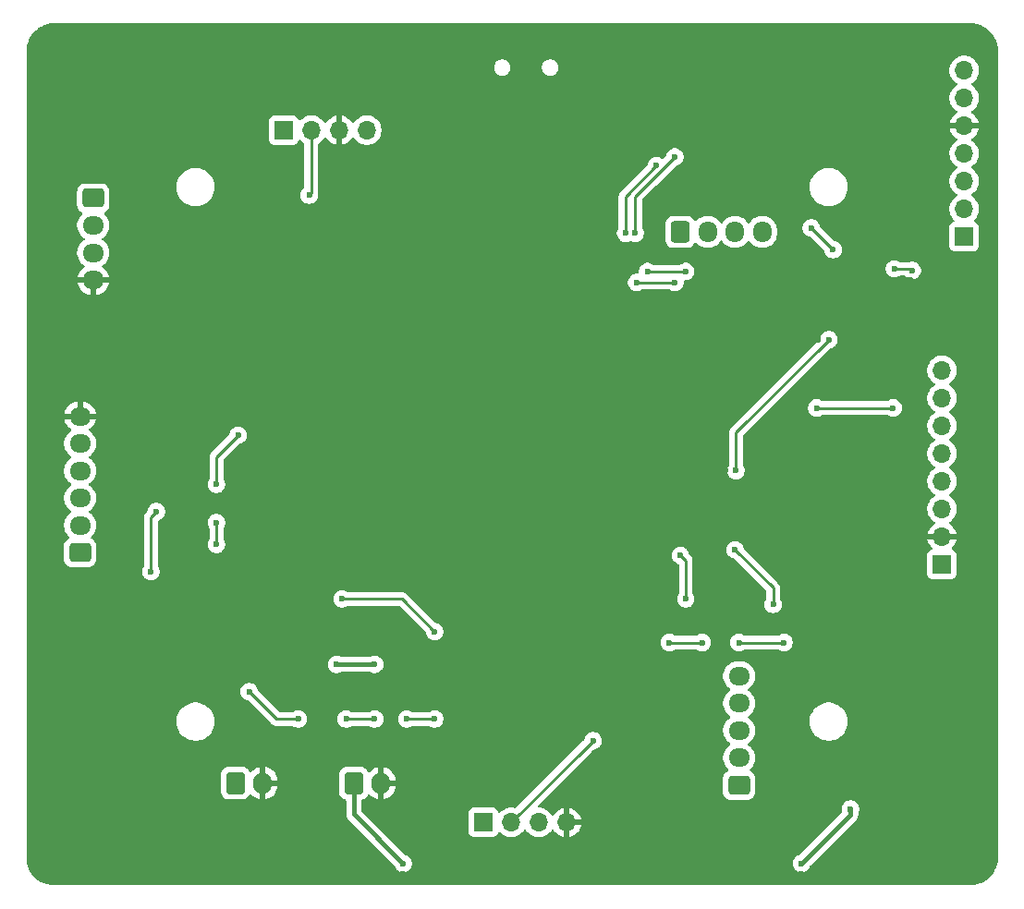
<source format=gbr>
%TF.GenerationSoftware,KiCad,Pcbnew,9.0.0*%
%TF.CreationDate,2025-05-06T13:02:48-06:00*%
%TF.ProjectId,2025_04_STM32F103_RobotBrain,32303235-5f30-4345-9f53-544d33324631,rev?*%
%TF.SameCoordinates,Original*%
%TF.FileFunction,Copper,L2,Bot*%
%TF.FilePolarity,Positive*%
%FSLAX46Y46*%
G04 Gerber Fmt 4.6, Leading zero omitted, Abs format (unit mm)*
G04 Created by KiCad (PCBNEW 9.0.0) date 2025-05-06 13:02:48*
%MOMM*%
%LPD*%
G01*
G04 APERTURE LIST*
G04 Aperture macros list*
%AMRoundRect*
0 Rectangle with rounded corners*
0 $1 Rounding radius*
0 $2 $3 $4 $5 $6 $7 $8 $9 X,Y pos of 4 corners*
0 Add a 4 corners polygon primitive as box body*
4,1,4,$2,$3,$4,$5,$6,$7,$8,$9,$2,$3,0*
0 Add four circle primitives for the rounded corners*
1,1,$1+$1,$2,$3*
1,1,$1+$1,$4,$5*
1,1,$1+$1,$6,$7*
1,1,$1+$1,$8,$9*
0 Add four rect primitives between the rounded corners*
20,1,$1+$1,$2,$3,$4,$5,0*
20,1,$1+$1,$4,$5,$6,$7,0*
20,1,$1+$1,$6,$7,$8,$9,0*
20,1,$1+$1,$8,$9,$2,$3,0*%
G04 Aperture macros list end*
%TA.AperFunction,ComponentPad*%
%ADD10RoundRect,0.250000X-0.600000X-0.750000X0.600000X-0.750000X0.600000X0.750000X-0.600000X0.750000X0*%
%TD*%
%TA.AperFunction,ComponentPad*%
%ADD11O,1.700000X2.000000*%
%TD*%
%TA.AperFunction,ComponentPad*%
%ADD12R,1.700000X1.700000*%
%TD*%
%TA.AperFunction,ComponentPad*%
%ADD13O,1.700000X1.700000*%
%TD*%
%TA.AperFunction,ComponentPad*%
%ADD14RoundRect,0.250000X0.725000X-0.600000X0.725000X0.600000X-0.725000X0.600000X-0.725000X-0.600000X0*%
%TD*%
%TA.AperFunction,ComponentPad*%
%ADD15O,1.950000X1.700000*%
%TD*%
%TA.AperFunction,ComponentPad*%
%ADD16RoundRect,0.250000X-0.725000X0.600000X-0.725000X-0.600000X0.725000X-0.600000X0.725000X0.600000X0*%
%TD*%
%TA.AperFunction,ComponentPad*%
%ADD17RoundRect,0.250000X-0.600000X-0.725000X0.600000X-0.725000X0.600000X0.725000X-0.600000X0.725000X0*%
%TD*%
%TA.AperFunction,ComponentPad*%
%ADD18O,1.700000X1.950000*%
%TD*%
%TA.AperFunction,ViaPad*%
%ADD19C,0.600000*%
%TD*%
%TA.AperFunction,Conductor*%
%ADD20C,0.381000*%
%TD*%
%TA.AperFunction,Conductor*%
%ADD21C,0.254000*%
%TD*%
G04 APERTURE END LIST*
D10*
%TO.P,J6,1,Pin_1*%
%TO.N,+3V3*%
X122580000Y-99900000D03*
D11*
%TO.P,J6,2,Pin_2*%
%TO.N,GND*%
X125080000Y-99900000D03*
%TD*%
D12*
%TO.P,J9,1,Pin_1*%
%TO.N,+3V3*%
X178500000Y-49800000D03*
D13*
%TO.P,J9,2,Pin_2*%
%TO.N,/PS2_SCK*%
X178500000Y-47260000D03*
%TO.P,J9,3,Pin_3*%
%TO.N,unconnected-(J9-Pin_3-Pad3)*%
X178500000Y-44720000D03*
%TO.P,J9,4,Pin_4*%
%TO.N,/PS2_CS*%
X178500000Y-42180000D03*
%TO.P,J9,5,Pin_5*%
%TO.N,GND*%
X178500000Y-39640000D03*
%TO.P,J9,6,Pin_6*%
%TO.N,/PS2_MISO*%
X178500000Y-37100000D03*
%TO.P,J9,7,Pin_7*%
%TO.N,/PS2_MOSI*%
X178500000Y-34560000D03*
%TD*%
D14*
%TO.P,J8,1,Pin_1*%
%TO.N,/E2A*%
X157890000Y-100070000D03*
D15*
%TO.P,J8,2,Pin_2*%
%TO.N,/E2B*%
X157890000Y-97570000D03*
%TO.P,J8,3,Pin_3*%
%TO.N,/E1A*%
X157890000Y-95070000D03*
%TO.P,J8,4,Pin_4*%
%TO.N,/E1B*%
X157890000Y-92570000D03*
%TO.P,J8,5,Pin_5*%
%TO.N,/PWR_ADC*%
X157890000Y-90070000D03*
%TD*%
D12*
%TO.P,J2,1,Pin_1*%
%TO.N,+5V*%
X176465000Y-79835000D03*
D13*
%TO.P,J2,2,Pin_2*%
%TO.N,GND*%
X176465000Y-77295000D03*
%TO.P,J2,3,Pin_3*%
%TO.N,/IMU_I2C_SCL*%
X176465000Y-74755000D03*
%TO.P,J2,4,Pin_4*%
%TO.N,/IMU_I2C_SDA*%
X176465000Y-72215000D03*
%TO.P,J2,5,Pin_5*%
%TO.N,unconnected-(J2-Pin_5-Pad5)*%
X176465000Y-69675000D03*
%TO.P,J2,6,Pin_6*%
%TO.N,unconnected-(J2-Pin_6-Pad6)*%
X176465000Y-67135000D03*
%TO.P,J2,7,Pin_7*%
%TO.N,unconnected-(J2-Pin_7-Pad7)*%
X176465000Y-64595000D03*
%TO.P,J2,8,Pin_8*%
%TO.N,/IMU_INT*%
X176465000Y-62055000D03*
%TD*%
D12*
%TO.P,J4,1,Pin_1*%
%TO.N,+3V3*%
X116160000Y-40040000D03*
D13*
%TO.P,J4,2,Pin_2*%
%TO.N,/SWCLK*%
X118700000Y-40040000D03*
%TO.P,J4,3,Pin_3*%
%TO.N,GND*%
X121240000Y-40040000D03*
%TO.P,J4,4,Pin_4*%
%TO.N,/SWDIO*%
X123780000Y-40040000D03*
%TD*%
D16*
%TO.P,J11,1,Pin_1*%
%TO.N,+3V3*%
X98720000Y-46270000D03*
D15*
%TO.P,J11,2,Pin_2*%
%TO.N,/USER_TX*%
X98720000Y-48770000D03*
%TO.P,J11,3,Pin_3*%
%TO.N,/USER_RX*%
X98720000Y-51270000D03*
%TO.P,J11,4,Pin_4*%
%TO.N,GND*%
X98720000Y-53770000D03*
%TD*%
D12*
%TO.P,J3,1,Pin_1*%
%TO.N,+5V*%
X134460000Y-103485000D03*
D13*
%TO.P,J3,2,Pin_2*%
%TO.N,/ULTRA_TRIG*%
X137000000Y-103485000D03*
%TO.P,J3,3,Pin_3*%
%TO.N,/ULTRA_ECHO*%
X139540000Y-103485000D03*
%TO.P,J3,4,Pin_4*%
%TO.N,GND*%
X142080000Y-103485000D03*
%TD*%
D17*
%TO.P,J7,1,Pin_1*%
%TO.N,/AN2*%
X152510000Y-49370000D03*
D18*
%TO.P,J7,2,Pin_2*%
%TO.N,/AN1*%
X155010000Y-49370000D03*
%TO.P,J7,3,Pin_3*%
%TO.N,/BN2*%
X157510000Y-49370000D03*
%TO.P,J7,4,Pin_4*%
%TO.N,/BN1*%
X160010000Y-49370000D03*
%TD*%
D10*
%TO.P,J5,1,Pin_1*%
%TO.N,+5V*%
X111750000Y-99875000D03*
D11*
%TO.P,J5,2,Pin_2*%
%TO.N,GND*%
X114250000Y-99875000D03*
%TD*%
D14*
%TO.P,J10,1,Pin_1*%
%TO.N,+3V3*%
X97510000Y-78760000D03*
D15*
%TO.P,J10,2,Pin_2*%
%TO.N,/X1*%
X97510000Y-76260000D03*
%TO.P,J10,3,Pin_3*%
%TO.N,/X2*%
X97510000Y-73760000D03*
%TO.P,J10,4,Pin_4*%
%TO.N,/X3*%
X97510000Y-71260000D03*
%TO.P,J10,5,Pin_5*%
%TO.N,/X4*%
X97510000Y-68760000D03*
%TO.P,J10,6,Pin_6*%
%TO.N,GND*%
X97510000Y-66260000D03*
%TD*%
D19*
%TO.N,GND*%
X127100000Y-108250001D03*
X163600000Y-108250001D03*
X151100000Y-85750001D03*
X154600000Y-85750001D03*
X157600000Y-85750001D03*
X162100000Y-88250001D03*
X156600000Y-71250001D03*
X165100000Y-59250001D03*
X173600000Y-53750001D03*
X172100000Y-51750001D03*
X165600000Y-51750001D03*
X163600000Y-49750001D03*
%TO.N,+3V3*%
X166100000Y-59250001D03*
X157600000Y-71250001D03*
X168100000Y-102250001D03*
X127100000Y-107250001D03*
X163600000Y-107250001D03*
X173748356Y-52898357D03*
X172100000Y-52750001D03*
X162000000Y-87000000D03*
X166500000Y-51000000D03*
X157873000Y-87000000D03*
X164500000Y-49000000D03*
X154500000Y-87000000D03*
X151500000Y-87000000D03*
%TO.N,GND*%
X135300000Y-31060000D03*
X135310000Y-31970000D03*
X138320000Y-48630000D03*
X101550000Y-104940000D03*
X136780000Y-35480000D03*
X137200000Y-59890000D03*
X135310000Y-36460000D03*
X100250000Y-97140000D03*
X148430000Y-76280000D03*
X133260000Y-70570000D03*
X160490000Y-38990000D03*
X156300000Y-38970000D03*
X135310000Y-75730000D03*
X141240000Y-79920000D03*
X116610000Y-74610000D03*
X162820000Y-30550000D03*
X150070000Y-72380000D03*
X174000000Y-92900000D03*
X132070000Y-71580000D03*
X133640000Y-85390000D03*
X141410000Y-36420000D03*
X145110000Y-70690000D03*
X173350000Y-99580000D03*
X153880000Y-30560000D03*
X148580000Y-83950000D03*
X135220000Y-88640000D03*
X141420000Y-37150000D03*
X141430000Y-31900000D03*
X141430000Y-31090000D03*
X157700000Y-38950000D03*
X175680000Y-106180000D03*
X148460000Y-78570000D03*
X137960000Y-77270000D03*
X148070000Y-63560000D03*
X148400000Y-32585000D03*
X156420000Y-36240000D03*
X130690000Y-76070000D03*
X133510000Y-59260000D03*
X142390000Y-77290000D03*
X173990000Y-90010000D03*
X142300000Y-74080000D03*
X147470000Y-58420000D03*
X135310000Y-37250000D03*
X147170000Y-41280000D03*
%TO.N,/IMU_INT*%
X165000000Y-65500000D03*
X172000000Y-65500000D03*
%TO.N,/BL_RX*%
X148373000Y-49484910D03*
X152000000Y-42500000D03*
%TO.N,/BL_TX*%
X147485599Y-49485599D03*
X150306644Y-43306644D03*
%TO.N,/ULTRA_TRIG*%
X152500000Y-79000000D03*
X153000000Y-83000000D03*
X144500000Y-96000000D03*
%TO.N,/ULTRA_ECHO*%
X161000000Y-83500000D03*
X157500000Y-78500000D03*
%TO.N,/SWCLK*%
X118500000Y-46000000D03*
%TO.N,/BN1*%
X148500000Y-54000000D03*
X152000000Y-54000000D03*
%TO.N,/BN2*%
X149500000Y-53000000D03*
X153000000Y-53000000D03*
%TO.N,/E2A*%
X124500000Y-94000000D03*
X127427000Y-94000000D03*
X104000000Y-80500000D03*
X130000000Y-94000000D03*
X104500000Y-75000000D03*
X117500000Y-94000000D03*
X113000000Y-91500000D03*
X121889500Y-94000000D03*
%TO.N,/E2B*%
X110000000Y-78000000D03*
X112000000Y-68000000D03*
X110000000Y-76000000D03*
X110000000Y-72500000D03*
X130000000Y-86000000D03*
X121500000Y-83000000D03*
%TO.N,Net-(LED1-DIN)*%
X124500000Y-89000000D03*
X121000000Y-89000000D03*
%TD*%
D20*
%TO.N,+3V3*%
X168100000Y-102750001D02*
X163600000Y-107250001D01*
X168100000Y-102250001D02*
X168100000Y-102750001D01*
D21*
X157600000Y-67750001D02*
X157600000Y-71250001D01*
X166100000Y-59250001D02*
X157600000Y-67750001D01*
D20*
X122580000Y-102730001D02*
X127100000Y-107250001D01*
X122580000Y-99900000D02*
X122580000Y-102730001D01*
D21*
X173600000Y-52750001D02*
X173748356Y-52898357D01*
X172100000Y-52750001D02*
X173600000Y-52750001D01*
X164500000Y-49000000D02*
X166500000Y-51000000D01*
X154500000Y-87000000D02*
X151500000Y-87000000D01*
X162000000Y-87000000D02*
X157873000Y-87000000D01*
%TO.N,/IMU_INT*%
X172000000Y-65500000D02*
X165000000Y-65500000D01*
%TO.N,/BL_RX*%
X152000000Y-42500000D02*
X148373000Y-46127000D01*
X148373000Y-46127000D02*
X148373000Y-49484910D01*
%TO.N,/BL_TX*%
X150306644Y-43306644D02*
X147485599Y-46127689D01*
X147485599Y-46127689D02*
X147485599Y-49485599D01*
%TO.N,/ULTRA_TRIG*%
X143985000Y-96500000D02*
X137000000Y-103485000D01*
X153000000Y-79500000D02*
X153000000Y-83000000D01*
X152500000Y-79000000D02*
X153000000Y-79500000D01*
X144500000Y-96000000D02*
X144000000Y-96500000D01*
X144000000Y-96500000D02*
X143985000Y-96500000D01*
%TO.N,/ULTRA_ECHO*%
X161000000Y-82000000D02*
X157500000Y-78500000D01*
X161000000Y-83500000D02*
X161000000Y-82000000D01*
%TO.N,/SWCLK*%
X118700000Y-45800000D02*
X118700000Y-40040000D01*
X118500000Y-46000000D02*
X118700000Y-45800000D01*
%TO.N,/BN1*%
X152000000Y-54000000D02*
X148500000Y-54000000D01*
%TO.N,/BN2*%
X153000000Y-53000000D02*
X149500000Y-53000000D01*
%TO.N,/E2A*%
X117500000Y-94000000D02*
X115500000Y-94000000D01*
X104000000Y-75500000D02*
X104500000Y-75000000D01*
X104000000Y-80500000D02*
X104000000Y-75500000D01*
X130000000Y-94000000D02*
X127427000Y-94000000D01*
X124500000Y-94000000D02*
X121889500Y-94000000D01*
X115500000Y-94000000D02*
X113000000Y-91500000D01*
%TO.N,/E2B*%
X110000000Y-70000000D02*
X112000000Y-68000000D01*
X110000000Y-72500000D02*
X110000000Y-70000000D01*
X130000000Y-86000000D02*
X127000000Y-83000000D01*
X110000000Y-78000000D02*
X110000000Y-76000000D01*
X127000000Y-83000000D02*
X121500000Y-83000000D01*
D20*
%TO.N,Net-(LED1-DIN)*%
X124500000Y-89000000D02*
X121000000Y-89000000D01*
%TD*%
%TA.AperFunction,Conductor*%
%TO.N,GND*%
G36*
X179103736Y-30250727D02*
G01*
X179393796Y-30268272D01*
X179408657Y-30270076D01*
X179690797Y-30321781D01*
X179705334Y-30325364D01*
X179979182Y-30410699D01*
X179993163Y-30416001D01*
X180254732Y-30533724D01*
X180267987Y-30540681D01*
X180513458Y-30689072D01*
X180525776Y-30697574D01*
X180751573Y-30874474D01*
X180762781Y-30884404D01*
X180965595Y-31087219D01*
X180975525Y-31098427D01*
X181152422Y-31324218D01*
X181160928Y-31336541D01*
X181309315Y-31582004D01*
X181316274Y-31595263D01*
X181433996Y-31856832D01*
X181439305Y-31870833D01*
X181524634Y-32144664D01*
X181528218Y-32159202D01*
X181579922Y-32441340D01*
X181581727Y-32456205D01*
X181589097Y-32578033D01*
X181595513Y-32684110D01*
X181599274Y-32746274D01*
X181599500Y-32753761D01*
X181599500Y-106746250D01*
X181599274Y-106753737D01*
X181581728Y-107043795D01*
X181579923Y-107058660D01*
X181528219Y-107340798D01*
X181524635Y-107355336D01*
X181439304Y-107629175D01*
X181433994Y-107643177D01*
X181316277Y-107904731D01*
X181309319Y-107917989D01*
X181160928Y-108163459D01*
X181152422Y-108175782D01*
X180975525Y-108401573D01*
X180965595Y-108412781D01*
X180762781Y-108615596D01*
X180751573Y-108625526D01*
X180525782Y-108802422D01*
X180513458Y-108810928D01*
X180267987Y-108959319D01*
X180254730Y-108966277D01*
X179993176Y-109083994D01*
X179979174Y-109089304D01*
X179705335Y-109174635D01*
X179690797Y-109178219D01*
X179408659Y-109229923D01*
X179393794Y-109231728D01*
X179200701Y-109243408D01*
X179103712Y-109249275D01*
X179096240Y-109249501D01*
X95103752Y-109249501D01*
X95096265Y-109249275D01*
X94806205Y-109231729D01*
X94791340Y-109229924D01*
X94509202Y-109178220D01*
X94494664Y-109174636D01*
X94220832Y-109089307D01*
X94206831Y-109083998D01*
X93945263Y-108966276D01*
X93932004Y-108959317D01*
X93686540Y-108810929D01*
X93674217Y-108802423D01*
X93448426Y-108625527D01*
X93437218Y-108615597D01*
X93234403Y-108412782D01*
X93224473Y-108401574D01*
X93224472Y-108401573D01*
X93047572Y-108175777D01*
X93039074Y-108163466D01*
X92890679Y-107917989D01*
X92883724Y-107904737D01*
X92818715Y-107760293D01*
X92765999Y-107643163D01*
X92760692Y-107629167D01*
X92752095Y-107601579D01*
X92675362Y-107355335D01*
X92671779Y-107340798D01*
X92620075Y-107058660D01*
X92618270Y-107043795D01*
X92600726Y-106753752D01*
X92600500Y-106746265D01*
X92600500Y-99074983D01*
X110399500Y-99074983D01*
X110399500Y-100675001D01*
X110399501Y-100675018D01*
X110410000Y-100777796D01*
X110410001Y-100777799D01*
X110465185Y-100944331D01*
X110465186Y-100944334D01*
X110557288Y-101093656D01*
X110681344Y-101217712D01*
X110830666Y-101309814D01*
X110997203Y-101364999D01*
X111099991Y-101375500D01*
X112400008Y-101375499D01*
X112502797Y-101364999D01*
X112669334Y-101309814D01*
X112818656Y-101217712D01*
X112942712Y-101093656D01*
X113034814Y-100944334D01*
X113034814Y-100944331D01*
X113038448Y-100938441D01*
X113090395Y-100891716D01*
X113159358Y-100880493D01*
X113223440Y-100908336D01*
X113231668Y-100915856D01*
X113370535Y-101054723D01*
X113370540Y-101054727D01*
X113542442Y-101179620D01*
X113731782Y-101276095D01*
X113933871Y-101341757D01*
X114000000Y-101352231D01*
X114000000Y-100308012D01*
X114057007Y-100340925D01*
X114184174Y-100375000D01*
X114315826Y-100375000D01*
X114442993Y-100340925D01*
X114500000Y-100308012D01*
X114500000Y-101352230D01*
X114566126Y-101341757D01*
X114566129Y-101341757D01*
X114768217Y-101276095D01*
X114957557Y-101179620D01*
X115129459Y-101054727D01*
X115129464Y-101054723D01*
X115279723Y-100904464D01*
X115279727Y-100904459D01*
X115404620Y-100732557D01*
X115501095Y-100543217D01*
X115566757Y-100341130D01*
X115566757Y-100341127D01*
X115600000Y-100131246D01*
X115600000Y-100125000D01*
X114683012Y-100125000D01*
X114715925Y-100067993D01*
X114750000Y-99940826D01*
X114750000Y-99809174D01*
X114715925Y-99682007D01*
X114683012Y-99625000D01*
X115600000Y-99625000D01*
X115600000Y-99618753D01*
X115566757Y-99408872D01*
X115566757Y-99408869D01*
X115501094Y-99206780D01*
X115473758Y-99153130D01*
X115473757Y-99153129D01*
X115446677Y-99099983D01*
X121229500Y-99099983D01*
X121229500Y-100700001D01*
X121229501Y-100700018D01*
X121240000Y-100802796D01*
X121240001Y-100802799D01*
X121273690Y-100904464D01*
X121295186Y-100969334D01*
X121387288Y-101118656D01*
X121511344Y-101242712D01*
X121660666Y-101334814D01*
X121804005Y-101382312D01*
X121861449Y-101422084D01*
X121888272Y-101486599D01*
X121889000Y-101500017D01*
X121889000Y-102798059D01*
X121889000Y-102798061D01*
X121888999Y-102798061D01*
X121903666Y-102871790D01*
X121903666Y-102871791D01*
X121915553Y-102931550D01*
X121915556Y-102931562D01*
X121967642Y-103057310D01*
X121967644Y-103057313D01*
X122043263Y-103170486D01*
X122043269Y-103170493D01*
X126297205Y-107424428D01*
X126326590Y-107478243D01*
X126328494Y-107477666D01*
X126330264Y-107483502D01*
X126390602Y-107629173D01*
X126390609Y-107629186D01*
X126478210Y-107760289D01*
X126478213Y-107760293D01*
X126589707Y-107871787D01*
X126589711Y-107871790D01*
X126720814Y-107959391D01*
X126720827Y-107959398D01*
X126866498Y-108019736D01*
X126866503Y-108019738D01*
X127021153Y-108050500D01*
X127021156Y-108050501D01*
X127021158Y-108050501D01*
X127178844Y-108050501D01*
X127178845Y-108050500D01*
X127333497Y-108019738D01*
X127479179Y-107959395D01*
X127610289Y-107871790D01*
X127721789Y-107760290D01*
X127809394Y-107629180D01*
X127869737Y-107483498D01*
X127900500Y-107328843D01*
X127900500Y-107171159D01*
X127900500Y-107171156D01*
X127900499Y-107171154D01*
X162799500Y-107171154D01*
X162799500Y-107328847D01*
X162830261Y-107483490D01*
X162830264Y-107483502D01*
X162890602Y-107629173D01*
X162890609Y-107629186D01*
X162978210Y-107760289D01*
X162978213Y-107760293D01*
X163089707Y-107871787D01*
X163089711Y-107871790D01*
X163220814Y-107959391D01*
X163220827Y-107959398D01*
X163366498Y-108019736D01*
X163366503Y-108019738D01*
X163521153Y-108050500D01*
X163521156Y-108050501D01*
X163521158Y-108050501D01*
X163678844Y-108050501D01*
X163678845Y-108050500D01*
X163833497Y-108019738D01*
X163979179Y-107959395D01*
X164110289Y-107871790D01*
X164221789Y-107760290D01*
X164309394Y-107629180D01*
X164369737Y-107483498D01*
X164369738Y-107483490D01*
X164371505Y-107477669D01*
X164373859Y-107478383D01*
X164401194Y-107426056D01*
X164402738Y-107424483D01*
X168636735Y-103190488D01*
X168712356Y-103077312D01*
X168764445Y-102951558D01*
X168780312Y-102871790D01*
X168791000Y-102818060D01*
X168791000Y-102694323D01*
X168808277Y-102635483D01*
X168806525Y-102634547D01*
X168809390Y-102629185D01*
X168809394Y-102629180D01*
X168869737Y-102483498D01*
X168900500Y-102328843D01*
X168900500Y-102171159D01*
X168900500Y-102171156D01*
X168900499Y-102171154D01*
X168869738Y-102016511D01*
X168869737Y-102016504D01*
X168830932Y-101922819D01*
X168809397Y-101870828D01*
X168809390Y-101870815D01*
X168721789Y-101739712D01*
X168721786Y-101739708D01*
X168610292Y-101628214D01*
X168610288Y-101628211D01*
X168479185Y-101540610D01*
X168479172Y-101540603D01*
X168333501Y-101480265D01*
X168333489Y-101480262D01*
X168178845Y-101449501D01*
X168178842Y-101449501D01*
X168021158Y-101449501D01*
X168021155Y-101449501D01*
X167866510Y-101480262D01*
X167866498Y-101480265D01*
X167720827Y-101540603D01*
X167720814Y-101540610D01*
X167589711Y-101628211D01*
X167589707Y-101628214D01*
X167478213Y-101739708D01*
X167478210Y-101739712D01*
X167390609Y-101870815D01*
X167390602Y-101870828D01*
X167330264Y-102016499D01*
X167330261Y-102016511D01*
X167299500Y-102171154D01*
X167299500Y-102328847D01*
X167327123Y-102467718D01*
X167320896Y-102537310D01*
X167293187Y-102579590D01*
X163425571Y-106447206D01*
X163371759Y-106476589D01*
X163372337Y-106478494D01*
X163366500Y-106480264D01*
X163220827Y-106540603D01*
X163220814Y-106540610D01*
X163089711Y-106628211D01*
X163089707Y-106628214D01*
X162978213Y-106739708D01*
X162978210Y-106739712D01*
X162890609Y-106870815D01*
X162890602Y-106870828D01*
X162830264Y-107016499D01*
X162830261Y-107016511D01*
X162799500Y-107171154D01*
X127900499Y-107171154D01*
X127876655Y-107051282D01*
X127869737Y-107016504D01*
X127830580Y-106921969D01*
X127809397Y-106870828D01*
X127809390Y-106870815D01*
X127721789Y-106739712D01*
X127721786Y-106739708D01*
X127610292Y-106628214D01*
X127610288Y-106628211D01*
X127479185Y-106540610D01*
X127479172Y-106540603D01*
X127333501Y-106480265D01*
X127327665Y-106478495D01*
X127328372Y-106476161D01*
X127275968Y-106448720D01*
X127274427Y-106447206D01*
X123414356Y-102587135D01*
X133109500Y-102587135D01*
X133109500Y-104382870D01*
X133109501Y-104382876D01*
X133115908Y-104442483D01*
X133166202Y-104577328D01*
X133166206Y-104577335D01*
X133252452Y-104692544D01*
X133252455Y-104692547D01*
X133367664Y-104778793D01*
X133367671Y-104778797D01*
X133502517Y-104829091D01*
X133502516Y-104829091D01*
X133509444Y-104829835D01*
X133562127Y-104835500D01*
X135357872Y-104835499D01*
X135417483Y-104829091D01*
X135552331Y-104778796D01*
X135667546Y-104692546D01*
X135753796Y-104577331D01*
X135802810Y-104445916D01*
X135844681Y-104389984D01*
X135910145Y-104365566D01*
X135978418Y-104380417D01*
X136006673Y-104401569D01*
X136120213Y-104515109D01*
X136292179Y-104640048D01*
X136292181Y-104640049D01*
X136292184Y-104640051D01*
X136481588Y-104736557D01*
X136683757Y-104802246D01*
X136893713Y-104835500D01*
X136893714Y-104835500D01*
X137106286Y-104835500D01*
X137106287Y-104835500D01*
X137316243Y-104802246D01*
X137518412Y-104736557D01*
X137707816Y-104640051D01*
X137794138Y-104577335D01*
X137879786Y-104515109D01*
X137879788Y-104515106D01*
X137879792Y-104515104D01*
X138030104Y-104364792D01*
X138030106Y-104364788D01*
X138030109Y-104364786D01*
X138155048Y-104192820D01*
X138155047Y-104192820D01*
X138155051Y-104192816D01*
X138159514Y-104184054D01*
X138207488Y-104133259D01*
X138275308Y-104116463D01*
X138341444Y-104138999D01*
X138380486Y-104184056D01*
X138384951Y-104192820D01*
X138509890Y-104364786D01*
X138660213Y-104515109D01*
X138832179Y-104640048D01*
X138832181Y-104640049D01*
X138832184Y-104640051D01*
X139021588Y-104736557D01*
X139223757Y-104802246D01*
X139433713Y-104835500D01*
X139433714Y-104835500D01*
X139646286Y-104835500D01*
X139646287Y-104835500D01*
X139856243Y-104802246D01*
X140058412Y-104736557D01*
X140247816Y-104640051D01*
X140334138Y-104577335D01*
X140419786Y-104515109D01*
X140419788Y-104515106D01*
X140419792Y-104515104D01*
X140570104Y-104364792D01*
X140570106Y-104364788D01*
X140570109Y-104364786D01*
X140695048Y-104192820D01*
X140695051Y-104192816D01*
X140699793Y-104183508D01*
X140747763Y-104132711D01*
X140815583Y-104115911D01*
X140881719Y-104138445D01*
X140920763Y-104183500D01*
X140925377Y-104192555D01*
X141050272Y-104364459D01*
X141050276Y-104364464D01*
X141200535Y-104514723D01*
X141200540Y-104514727D01*
X141372442Y-104639620D01*
X141561782Y-104736095D01*
X141763871Y-104801757D01*
X141830000Y-104812231D01*
X141830000Y-103918012D01*
X141887007Y-103950925D01*
X142014174Y-103985000D01*
X142145826Y-103985000D01*
X142272993Y-103950925D01*
X142330000Y-103918012D01*
X142330000Y-104812230D01*
X142396126Y-104801757D01*
X142396129Y-104801757D01*
X142598217Y-104736095D01*
X142787557Y-104639620D01*
X142959459Y-104514727D01*
X142959464Y-104514723D01*
X143109723Y-104364464D01*
X143109727Y-104364459D01*
X143234620Y-104192557D01*
X143331095Y-104003217D01*
X143396757Y-103801129D01*
X143396757Y-103801126D01*
X143407231Y-103735000D01*
X142513012Y-103735000D01*
X142545925Y-103677993D01*
X142580000Y-103550826D01*
X142580000Y-103419174D01*
X142545925Y-103292007D01*
X142513012Y-103235000D01*
X143407231Y-103235000D01*
X143396757Y-103168873D01*
X143396757Y-103168870D01*
X143331095Y-102966782D01*
X143234620Y-102777442D01*
X143109727Y-102605540D01*
X143109723Y-102605535D01*
X142959464Y-102455276D01*
X142959459Y-102455272D01*
X142787557Y-102330379D01*
X142598215Y-102233903D01*
X142396124Y-102168241D01*
X142330000Y-102157768D01*
X142330000Y-103051988D01*
X142272993Y-103019075D01*
X142145826Y-102985000D01*
X142014174Y-102985000D01*
X141887007Y-103019075D01*
X141830000Y-103051988D01*
X141830000Y-102157768D01*
X141829999Y-102157768D01*
X141763875Y-102168241D01*
X141561784Y-102233903D01*
X141372442Y-102330379D01*
X141200540Y-102455272D01*
X141200535Y-102455276D01*
X141050276Y-102605535D01*
X141050272Y-102605540D01*
X140925378Y-102777443D01*
X140920762Y-102786502D01*
X140872784Y-102837295D01*
X140804963Y-102854087D01*
X140738829Y-102831546D01*
X140699794Y-102786493D01*
X140695051Y-102777184D01*
X140695049Y-102777181D01*
X140695048Y-102777179D01*
X140570109Y-102605213D01*
X140419786Y-102454890D01*
X140247820Y-102329951D01*
X140058414Y-102233444D01*
X140058413Y-102233443D01*
X140058412Y-102233443D01*
X139856243Y-102167754D01*
X139856241Y-102167753D01*
X139856240Y-102167753D01*
X139692863Y-102141877D01*
X139646287Y-102134500D01*
X139537280Y-102134500D01*
X139470241Y-102114815D01*
X139424486Y-102062011D01*
X139414542Y-101992853D01*
X139443567Y-101929297D01*
X139449599Y-101922819D01*
X141897517Y-99474901D01*
X144346170Y-97026247D01*
X144364951Y-97010834D01*
X144400008Y-96987411D01*
X144487411Y-96900008D01*
X144562328Y-96825089D01*
X144623649Y-96791606D01*
X144625668Y-96791185D01*
X144733497Y-96769737D01*
X144879179Y-96709394D01*
X145010289Y-96621789D01*
X145121789Y-96510289D01*
X145209394Y-96379179D01*
X145269737Y-96233497D01*
X145300500Y-96078842D01*
X145300500Y-95921158D01*
X145300500Y-95921155D01*
X145300499Y-95921153D01*
X145291156Y-95874183D01*
X145269737Y-95766503D01*
X145245758Y-95708612D01*
X145209397Y-95620827D01*
X145209390Y-95620814D01*
X145121789Y-95489711D01*
X145121786Y-95489707D01*
X145010292Y-95378213D01*
X145010288Y-95378210D01*
X144879185Y-95290609D01*
X144879172Y-95290602D01*
X144733501Y-95230264D01*
X144733489Y-95230261D01*
X144578845Y-95199500D01*
X144578842Y-95199500D01*
X144421158Y-95199500D01*
X144421155Y-95199500D01*
X144266510Y-95230261D01*
X144266498Y-95230264D01*
X144120827Y-95290602D01*
X144120814Y-95290609D01*
X143989711Y-95378210D01*
X143989707Y-95378213D01*
X143878213Y-95489707D01*
X143878210Y-95489711D01*
X143790609Y-95620814D01*
X143790602Y-95620827D01*
X143730264Y-95766498D01*
X143730261Y-95766508D01*
X143708843Y-95874183D01*
X143700077Y-95890939D01*
X143696058Y-95909418D01*
X143677315Y-95934454D01*
X143676458Y-95936094D01*
X143674907Y-95937672D01*
X143638831Y-95973748D01*
X143620045Y-95989166D01*
X143603087Y-96000498D01*
X143603082Y-96000502D01*
X143584989Y-96012590D01*
X137455702Y-102141877D01*
X137394379Y-102175362D01*
X137329707Y-102172128D01*
X137316245Y-102167754D01*
X137316240Y-102167753D01*
X137152863Y-102141877D01*
X137106287Y-102134500D01*
X136893713Y-102134500D01*
X136847137Y-102141877D01*
X136683760Y-102167753D01*
X136481585Y-102233444D01*
X136292179Y-102329951D01*
X136120215Y-102454889D01*
X136006673Y-102568431D01*
X135945350Y-102601915D01*
X135875658Y-102596931D01*
X135819725Y-102555059D01*
X135802810Y-102524082D01*
X135753797Y-102392671D01*
X135753793Y-102392664D01*
X135667547Y-102277455D01*
X135667544Y-102277452D01*
X135552335Y-102191206D01*
X135552328Y-102191202D01*
X135417482Y-102140908D01*
X135417483Y-102140908D01*
X135357883Y-102134501D01*
X135357881Y-102134500D01*
X135357873Y-102134500D01*
X135357864Y-102134500D01*
X133562129Y-102134500D01*
X133562123Y-102134501D01*
X133502516Y-102140908D01*
X133367671Y-102191202D01*
X133367664Y-102191206D01*
X133252455Y-102277452D01*
X133252452Y-102277455D01*
X133166206Y-102392664D01*
X133166202Y-102392671D01*
X133115908Y-102527517D01*
X133109501Y-102587116D01*
X133109500Y-102587135D01*
X123414356Y-102587135D01*
X123307319Y-102480098D01*
X123273834Y-102418775D01*
X123271000Y-102392417D01*
X123271000Y-101500017D01*
X123290685Y-101432978D01*
X123343489Y-101387223D01*
X123355986Y-101382314D01*
X123499334Y-101334814D01*
X123648656Y-101242712D01*
X123772712Y-101118656D01*
X123864814Y-100969334D01*
X123864814Y-100969331D01*
X123868448Y-100963441D01*
X123920395Y-100916716D01*
X123989358Y-100905493D01*
X124053440Y-100933336D01*
X124061668Y-100940856D01*
X124200535Y-101079723D01*
X124200540Y-101079727D01*
X124372442Y-101204620D01*
X124561782Y-101301095D01*
X124763871Y-101366757D01*
X124830000Y-101377231D01*
X124830000Y-100333012D01*
X124887007Y-100365925D01*
X125014174Y-100400000D01*
X125145826Y-100400000D01*
X125272993Y-100365925D01*
X125330000Y-100333012D01*
X125330000Y-101377230D01*
X125396126Y-101366757D01*
X125396129Y-101366757D01*
X125598217Y-101301095D01*
X125787557Y-101204620D01*
X125959459Y-101079727D01*
X125959464Y-101079723D01*
X126109723Y-100929464D01*
X126109727Y-100929459D01*
X126234620Y-100757557D01*
X126331095Y-100568217D01*
X126396757Y-100366130D01*
X126396757Y-100366127D01*
X126430000Y-100156246D01*
X126430000Y-100150000D01*
X125513012Y-100150000D01*
X125545925Y-100092993D01*
X125580000Y-99965826D01*
X125580000Y-99834174D01*
X125545925Y-99707007D01*
X125513012Y-99650000D01*
X126430000Y-99650000D01*
X126430000Y-99643753D01*
X126396757Y-99433872D01*
X126396757Y-99433869D01*
X126331095Y-99231782D01*
X126234620Y-99042442D01*
X126109727Y-98870540D01*
X126109723Y-98870535D01*
X125959464Y-98720276D01*
X125959459Y-98720272D01*
X125787557Y-98595379D01*
X125598215Y-98498903D01*
X125396124Y-98433241D01*
X125330000Y-98422768D01*
X125330000Y-99466988D01*
X125272993Y-99434075D01*
X125145826Y-99400000D01*
X125014174Y-99400000D01*
X124887007Y-99434075D01*
X124830000Y-99466988D01*
X124830000Y-98422768D01*
X124829999Y-98422768D01*
X124763875Y-98433241D01*
X124561784Y-98498903D01*
X124372442Y-98595379D01*
X124200541Y-98720271D01*
X124061668Y-98859144D01*
X124000345Y-98892628D01*
X123930653Y-98887644D01*
X123874720Y-98845772D01*
X123868448Y-98836558D01*
X123799670Y-98725051D01*
X123772712Y-98681344D01*
X123648656Y-98557288D01*
X123499334Y-98465186D01*
X123332797Y-98410001D01*
X123332795Y-98410000D01*
X123230010Y-98399500D01*
X121929998Y-98399500D01*
X121929981Y-98399501D01*
X121827203Y-98410000D01*
X121827200Y-98410001D01*
X121660668Y-98465185D01*
X121660663Y-98465187D01*
X121511342Y-98557289D01*
X121387289Y-98681342D01*
X121295187Y-98830663D01*
X121295185Y-98830668D01*
X121276305Y-98887644D01*
X121240001Y-98997203D01*
X121240001Y-98997204D01*
X121240000Y-98997204D01*
X121229500Y-99099983D01*
X115446677Y-99099983D01*
X115404620Y-99017442D01*
X115279727Y-98845540D01*
X115279723Y-98845535D01*
X115129464Y-98695276D01*
X115129459Y-98695272D01*
X114957557Y-98570379D01*
X114768215Y-98473903D01*
X114566124Y-98408241D01*
X114500000Y-98397768D01*
X114500000Y-99441988D01*
X114442993Y-99409075D01*
X114315826Y-99375000D01*
X114184174Y-99375000D01*
X114057007Y-99409075D01*
X114000000Y-99441988D01*
X114000000Y-98397768D01*
X113999999Y-98397768D01*
X113933875Y-98408241D01*
X113731784Y-98473903D01*
X113542442Y-98570379D01*
X113370541Y-98695271D01*
X113231668Y-98834144D01*
X113170345Y-98867628D01*
X113100653Y-98862644D01*
X113044720Y-98820772D01*
X113038448Y-98811558D01*
X112985272Y-98725346D01*
X112942712Y-98656344D01*
X112818656Y-98532288D01*
X112669334Y-98440186D01*
X112502797Y-98385001D01*
X112502795Y-98385000D01*
X112400010Y-98374500D01*
X111099998Y-98374500D01*
X111099981Y-98374501D01*
X110997203Y-98385000D01*
X110997200Y-98385001D01*
X110830668Y-98440185D01*
X110830663Y-98440187D01*
X110681342Y-98532289D01*
X110557289Y-98656342D01*
X110465187Y-98805663D01*
X110465185Y-98805668D01*
X110443689Y-98870540D01*
X110410001Y-98972203D01*
X110410001Y-98972204D01*
X110410000Y-98972204D01*
X110399500Y-99074983D01*
X92600500Y-99074983D01*
X92600500Y-94135259D01*
X106349500Y-94135259D01*
X106349500Y-94364742D01*
X106365651Y-94487411D01*
X106379452Y-94592239D01*
X106394175Y-94647185D01*
X106438842Y-94813888D01*
X106526650Y-95025877D01*
X106526656Y-95025889D01*
X106613487Y-95176286D01*
X106641392Y-95224618D01*
X106781081Y-95406662D01*
X106781089Y-95406671D01*
X106943330Y-95568912D01*
X106943338Y-95568919D01*
X107125382Y-95708608D01*
X107125385Y-95708609D01*
X107125388Y-95708612D01*
X107324112Y-95823345D01*
X107324117Y-95823347D01*
X107324123Y-95823350D01*
X107415480Y-95861191D01*
X107536113Y-95911159D01*
X107757762Y-95970549D01*
X107985266Y-96000501D01*
X107985273Y-96000501D01*
X108214727Y-96000501D01*
X108214734Y-96000501D01*
X108442238Y-95970549D01*
X108663887Y-95911159D01*
X108875888Y-95823345D01*
X109074612Y-95708612D01*
X109256661Y-95568920D01*
X109256665Y-95568915D01*
X109256670Y-95568912D01*
X109418911Y-95406671D01*
X109418914Y-95406666D01*
X109418919Y-95406662D01*
X109558611Y-95224613D01*
X109673344Y-95025889D01*
X109761158Y-94813888D01*
X109820548Y-94592239D01*
X109850500Y-94364735D01*
X109850500Y-94135267D01*
X109820548Y-93907763D01*
X109761158Y-93686114D01*
X109697642Y-93532774D01*
X109673349Y-93474124D01*
X109673346Y-93474118D01*
X109673344Y-93474113D01*
X109558611Y-93275389D01*
X109558608Y-93275386D01*
X109558607Y-93275383D01*
X109418918Y-93093339D01*
X109418911Y-93093331D01*
X109256670Y-92931090D01*
X109256661Y-92931082D01*
X109074617Y-92791393D01*
X108875890Y-92676658D01*
X108875876Y-92676651D01*
X108663887Y-92588843D01*
X108442238Y-92529453D01*
X108404215Y-92524447D01*
X108214741Y-92499501D01*
X108214734Y-92499501D01*
X107985266Y-92499501D01*
X107985258Y-92499501D01*
X107768715Y-92528010D01*
X107757762Y-92529453D01*
X107664076Y-92554555D01*
X107536112Y-92588843D01*
X107324123Y-92676651D01*
X107324109Y-92676658D01*
X107125382Y-92791393D01*
X106943338Y-92931082D01*
X106781081Y-93093339D01*
X106641392Y-93275383D01*
X106526657Y-93474110D01*
X106526650Y-93474124D01*
X106438842Y-93686113D01*
X106379453Y-93907760D01*
X106379451Y-93907771D01*
X106349500Y-94135259D01*
X92600500Y-94135259D01*
X92600500Y-91421153D01*
X112199500Y-91421153D01*
X112199500Y-91578846D01*
X112230261Y-91733489D01*
X112230264Y-91733501D01*
X112290602Y-91879172D01*
X112290609Y-91879185D01*
X112378210Y-92010288D01*
X112378213Y-92010292D01*
X112489707Y-92121786D01*
X112489711Y-92121789D01*
X112620814Y-92209390D01*
X112620827Y-92209397D01*
X112688961Y-92237618D01*
X112766503Y-92269737D01*
X112874185Y-92291156D01*
X112936092Y-92323539D01*
X112937672Y-92325091D01*
X115012589Y-94400008D01*
X115080150Y-94467569D01*
X115099994Y-94487413D01*
X115099997Y-94487414D01*
X115202767Y-94556083D01*
X115236215Y-94569937D01*
X115316965Y-94603386D01*
X115409470Y-94621786D01*
X115438192Y-94627499D01*
X115438196Y-94627500D01*
X115438197Y-94627500D01*
X115561803Y-94627500D01*
X116960643Y-94627500D01*
X117027682Y-94647185D01*
X117029534Y-94648398D01*
X117120814Y-94709390D01*
X117120827Y-94709397D01*
X117266498Y-94769735D01*
X117266503Y-94769737D01*
X117421153Y-94800499D01*
X117421156Y-94800500D01*
X117421158Y-94800500D01*
X117578844Y-94800500D01*
X117578845Y-94800499D01*
X117733497Y-94769737D01*
X117879179Y-94709394D01*
X118010289Y-94621789D01*
X118121789Y-94510289D01*
X118209394Y-94379179D01*
X118269737Y-94233497D01*
X118300500Y-94078842D01*
X118300500Y-93921158D01*
X118300500Y-93921155D01*
X118300499Y-93921153D01*
X121089000Y-93921153D01*
X121089000Y-94078846D01*
X121119761Y-94233489D01*
X121119764Y-94233501D01*
X121180102Y-94379172D01*
X121180109Y-94379185D01*
X121267710Y-94510288D01*
X121267713Y-94510292D01*
X121379207Y-94621786D01*
X121379211Y-94621789D01*
X121510314Y-94709390D01*
X121510327Y-94709397D01*
X121655998Y-94769735D01*
X121656003Y-94769737D01*
X121810653Y-94800499D01*
X121810656Y-94800500D01*
X121810658Y-94800500D01*
X121968344Y-94800500D01*
X121968345Y-94800499D01*
X122122997Y-94769737D01*
X122268679Y-94709394D01*
X122359966Y-94648398D01*
X122426643Y-94627520D01*
X122428857Y-94627500D01*
X123960643Y-94627500D01*
X124027682Y-94647185D01*
X124029534Y-94648398D01*
X124120814Y-94709390D01*
X124120827Y-94709397D01*
X124266498Y-94769735D01*
X124266503Y-94769737D01*
X124421153Y-94800499D01*
X124421156Y-94800500D01*
X124421158Y-94800500D01*
X124578844Y-94800500D01*
X124578845Y-94800499D01*
X124733497Y-94769737D01*
X124879179Y-94709394D01*
X125010289Y-94621789D01*
X125121789Y-94510289D01*
X125209394Y-94379179D01*
X125269737Y-94233497D01*
X125300500Y-94078842D01*
X125300500Y-93921158D01*
X125300500Y-93921155D01*
X125300499Y-93921153D01*
X126626500Y-93921153D01*
X126626500Y-94078846D01*
X126657261Y-94233489D01*
X126657264Y-94233501D01*
X126717602Y-94379172D01*
X126717609Y-94379185D01*
X126805210Y-94510288D01*
X126805213Y-94510292D01*
X126916707Y-94621786D01*
X126916711Y-94621789D01*
X127047814Y-94709390D01*
X127047827Y-94709397D01*
X127193498Y-94769735D01*
X127193503Y-94769737D01*
X127348153Y-94800499D01*
X127348156Y-94800500D01*
X127348158Y-94800500D01*
X127505844Y-94800500D01*
X127505845Y-94800499D01*
X127660497Y-94769737D01*
X127806179Y-94709394D01*
X127897466Y-94648398D01*
X127964143Y-94627520D01*
X127966357Y-94627500D01*
X129460643Y-94627500D01*
X129527682Y-94647185D01*
X129529534Y-94648398D01*
X129620814Y-94709390D01*
X129620827Y-94709397D01*
X129766498Y-94769735D01*
X129766503Y-94769737D01*
X129921153Y-94800499D01*
X129921156Y-94800500D01*
X129921158Y-94800500D01*
X130078844Y-94800500D01*
X130078845Y-94800499D01*
X130233497Y-94769737D01*
X130379179Y-94709394D01*
X130510289Y-94621789D01*
X130621789Y-94510289D01*
X130709394Y-94379179D01*
X130769737Y-94233497D01*
X130800500Y-94078842D01*
X130800500Y-93921158D01*
X130800500Y-93921155D01*
X130800499Y-93921153D01*
X130789327Y-93864989D01*
X130769737Y-93766503D01*
X130736439Y-93686113D01*
X130709397Y-93620827D01*
X130709390Y-93620814D01*
X130621789Y-93489711D01*
X130621786Y-93489707D01*
X130510292Y-93378213D01*
X130510288Y-93378210D01*
X130379185Y-93290609D01*
X130379172Y-93290602D01*
X130233501Y-93230264D01*
X130233489Y-93230261D01*
X130078845Y-93199500D01*
X130078842Y-93199500D01*
X129921158Y-93199500D01*
X129921155Y-93199500D01*
X129766510Y-93230261D01*
X129766498Y-93230264D01*
X129620827Y-93290602D01*
X129620814Y-93290609D01*
X129529534Y-93351602D01*
X129462857Y-93372480D01*
X129460643Y-93372500D01*
X127966357Y-93372500D01*
X127899318Y-93352815D01*
X127897466Y-93351602D01*
X127806185Y-93290609D01*
X127806172Y-93290602D01*
X127660501Y-93230264D01*
X127660489Y-93230261D01*
X127505845Y-93199500D01*
X127505842Y-93199500D01*
X127348158Y-93199500D01*
X127348155Y-93199500D01*
X127193510Y-93230261D01*
X127193498Y-93230264D01*
X127047827Y-93290602D01*
X127047814Y-93290609D01*
X126916711Y-93378210D01*
X126916707Y-93378213D01*
X126805213Y-93489707D01*
X126805210Y-93489711D01*
X126717609Y-93620814D01*
X126717602Y-93620827D01*
X126657264Y-93766498D01*
X126657261Y-93766510D01*
X126626500Y-93921153D01*
X125300499Y-93921153D01*
X125289327Y-93864989D01*
X125269737Y-93766503D01*
X125236439Y-93686113D01*
X125209397Y-93620827D01*
X125209390Y-93620814D01*
X125121789Y-93489711D01*
X125121786Y-93489707D01*
X125010292Y-93378213D01*
X125010288Y-93378210D01*
X124879185Y-93290609D01*
X124879172Y-93290602D01*
X124733501Y-93230264D01*
X124733489Y-93230261D01*
X124578845Y-93199500D01*
X124578842Y-93199500D01*
X124421158Y-93199500D01*
X124421155Y-93199500D01*
X124266510Y-93230261D01*
X124266498Y-93230264D01*
X124120827Y-93290602D01*
X124120814Y-93290609D01*
X124029534Y-93351602D01*
X123962857Y-93372480D01*
X123960643Y-93372500D01*
X122428857Y-93372500D01*
X122361818Y-93352815D01*
X122359966Y-93351602D01*
X122268685Y-93290609D01*
X122268672Y-93290602D01*
X122123001Y-93230264D01*
X122122989Y-93230261D01*
X121968345Y-93199500D01*
X121968342Y-93199500D01*
X121810658Y-93199500D01*
X121810655Y-93199500D01*
X121656010Y-93230261D01*
X121655998Y-93230264D01*
X121510327Y-93290602D01*
X121510314Y-93290609D01*
X121379211Y-93378210D01*
X121379207Y-93378213D01*
X121267713Y-93489707D01*
X121267710Y-93489711D01*
X121180109Y-93620814D01*
X121180102Y-93620827D01*
X121119764Y-93766498D01*
X121119761Y-93766510D01*
X121089000Y-93921153D01*
X118300499Y-93921153D01*
X118289327Y-93864989D01*
X118269737Y-93766503D01*
X118236439Y-93686113D01*
X118209397Y-93620827D01*
X118209390Y-93620814D01*
X118121789Y-93489711D01*
X118121786Y-93489707D01*
X118010292Y-93378213D01*
X118010288Y-93378210D01*
X117879185Y-93290609D01*
X117879172Y-93290602D01*
X117733501Y-93230264D01*
X117733489Y-93230261D01*
X117578845Y-93199500D01*
X117578842Y-93199500D01*
X117421158Y-93199500D01*
X117421155Y-93199500D01*
X117266510Y-93230261D01*
X117266498Y-93230264D01*
X117120827Y-93290602D01*
X117120814Y-93290609D01*
X117029534Y-93351602D01*
X116962857Y-93372480D01*
X116960643Y-93372500D01*
X115811281Y-93372500D01*
X115744242Y-93352815D01*
X115723600Y-93336181D01*
X113825091Y-91437672D01*
X113791606Y-91376349D01*
X113791183Y-91374323D01*
X113769737Y-91266503D01*
X113750343Y-91219681D01*
X113709397Y-91120827D01*
X113709390Y-91120814D01*
X113621789Y-90989711D01*
X113621786Y-90989707D01*
X113510292Y-90878213D01*
X113510288Y-90878210D01*
X113379185Y-90790609D01*
X113379172Y-90790602D01*
X113233501Y-90730264D01*
X113233489Y-90730261D01*
X113078845Y-90699500D01*
X113078842Y-90699500D01*
X112921158Y-90699500D01*
X112921155Y-90699500D01*
X112766510Y-90730261D01*
X112766498Y-90730264D01*
X112620827Y-90790602D01*
X112620814Y-90790609D01*
X112489711Y-90878210D01*
X112489707Y-90878213D01*
X112378213Y-90989707D01*
X112378210Y-90989711D01*
X112290609Y-91120814D01*
X112290602Y-91120827D01*
X112230264Y-91266498D01*
X112230261Y-91266510D01*
X112199500Y-91421153D01*
X92600500Y-91421153D01*
X92600500Y-89963713D01*
X156414500Y-89963713D01*
X156414500Y-90176286D01*
X156447753Y-90386239D01*
X156513444Y-90588414D01*
X156609951Y-90777820D01*
X156734890Y-90949786D01*
X156885209Y-91100105D01*
X156885214Y-91100109D01*
X157049793Y-91219682D01*
X157092459Y-91275011D01*
X157098438Y-91344625D01*
X157065833Y-91406420D01*
X157049793Y-91420318D01*
X156885214Y-91539890D01*
X156885209Y-91539894D01*
X156734890Y-91690213D01*
X156609951Y-91862179D01*
X156513444Y-92051585D01*
X156447753Y-92253760D01*
X156414500Y-92463713D01*
X156414500Y-92676286D01*
X156447753Y-92886239D01*
X156513444Y-93088414D01*
X156609951Y-93277820D01*
X156734890Y-93449786D01*
X156885209Y-93600105D01*
X156885214Y-93600109D01*
X157049793Y-93719682D01*
X157092459Y-93775011D01*
X157098438Y-93844625D01*
X157065833Y-93906420D01*
X157049793Y-93920318D01*
X156885214Y-94039890D01*
X156885209Y-94039894D01*
X156734890Y-94190213D01*
X156609951Y-94362179D01*
X156513444Y-94551585D01*
X156513443Y-94551587D01*
X156513443Y-94551588D01*
X156507481Y-94569936D01*
X156447753Y-94753760D01*
X156414500Y-94963713D01*
X156414500Y-95176286D01*
X156446481Y-95378210D01*
X156447754Y-95386243D01*
X156507109Y-95568919D01*
X156513444Y-95588414D01*
X156609951Y-95777820D01*
X156734890Y-95949786D01*
X156885209Y-96100105D01*
X156885214Y-96100109D01*
X157049793Y-96219682D01*
X157092459Y-96275011D01*
X157098438Y-96344625D01*
X157065833Y-96406420D01*
X157049793Y-96420318D01*
X156885214Y-96539890D01*
X156885209Y-96539894D01*
X156734890Y-96690213D01*
X156609951Y-96862179D01*
X156513444Y-97051585D01*
X156447753Y-97253760D01*
X156414500Y-97463713D01*
X156414500Y-97676286D01*
X156447753Y-97886239D01*
X156513444Y-98088414D01*
X156609951Y-98277820D01*
X156734890Y-98449786D01*
X156873705Y-98588601D01*
X156907190Y-98649924D01*
X156902206Y-98719616D01*
X156860334Y-98775549D01*
X156851121Y-98781821D01*
X156696342Y-98877289D01*
X156572289Y-99001342D01*
X156480187Y-99150663D01*
X156480185Y-99150668D01*
X156461592Y-99206780D01*
X156425001Y-99317203D01*
X156425001Y-99317204D01*
X156425000Y-99317204D01*
X156414500Y-99419983D01*
X156414500Y-100720001D01*
X156414501Y-100720018D01*
X156425000Y-100822796D01*
X156425001Y-100822799D01*
X156464122Y-100940856D01*
X156480186Y-100989334D01*
X156572288Y-101138656D01*
X156696344Y-101262712D01*
X156845666Y-101354814D01*
X157012203Y-101409999D01*
X157114991Y-101420500D01*
X158665008Y-101420499D01*
X158767797Y-101409999D01*
X158934334Y-101354814D01*
X159083656Y-101262712D01*
X159207712Y-101138656D01*
X159299814Y-100989334D01*
X159354999Y-100822797D01*
X159365500Y-100720009D01*
X159365499Y-99419992D01*
X159354999Y-99317203D01*
X159299814Y-99150666D01*
X159207712Y-99001344D01*
X159083656Y-98877288D01*
X158934334Y-98785186D01*
X158934333Y-98785185D01*
X158928878Y-98781821D01*
X158882154Y-98729873D01*
X158870931Y-98660910D01*
X158898775Y-98596828D01*
X158906272Y-98588623D01*
X159045104Y-98449792D01*
X159052083Y-98440187D01*
X159170048Y-98277820D01*
X159170047Y-98277820D01*
X159170051Y-98277816D01*
X159266557Y-98088412D01*
X159332246Y-97886243D01*
X159365500Y-97676287D01*
X159365500Y-97463713D01*
X159332246Y-97253757D01*
X159266557Y-97051588D01*
X159170051Y-96862184D01*
X159170049Y-96862181D01*
X159170048Y-96862179D01*
X159045109Y-96690213D01*
X158894792Y-96539896D01*
X158854041Y-96510289D01*
X158730204Y-96420316D01*
X158687540Y-96364989D01*
X158681561Y-96295376D01*
X158714166Y-96233580D01*
X158730199Y-96219686D01*
X158894792Y-96100104D01*
X159045104Y-95949792D01*
X159045106Y-95949788D01*
X159045109Y-95949786D01*
X159170048Y-95777820D01*
X159170047Y-95777820D01*
X159170051Y-95777816D01*
X159266557Y-95588412D01*
X159332246Y-95386243D01*
X159365500Y-95176287D01*
X159365500Y-94963713D01*
X159332246Y-94753757D01*
X159266557Y-94551588D01*
X159170051Y-94362184D01*
X159170049Y-94362181D01*
X159170048Y-94362179D01*
X159055193Y-94204093D01*
X159045109Y-94190214D01*
X159045105Y-94190209D01*
X158990155Y-94135259D01*
X164349500Y-94135259D01*
X164349500Y-94364742D01*
X164365651Y-94487411D01*
X164379452Y-94592239D01*
X164394175Y-94647185D01*
X164438842Y-94813888D01*
X164526650Y-95025877D01*
X164526656Y-95025889D01*
X164613487Y-95176286D01*
X164641392Y-95224618D01*
X164781081Y-95406662D01*
X164781089Y-95406671D01*
X164943330Y-95568912D01*
X164943338Y-95568919D01*
X165125382Y-95708608D01*
X165125385Y-95708609D01*
X165125388Y-95708612D01*
X165324112Y-95823345D01*
X165324117Y-95823347D01*
X165324123Y-95823350D01*
X165415480Y-95861191D01*
X165536113Y-95911159D01*
X165757762Y-95970549D01*
X165985266Y-96000501D01*
X165985273Y-96000501D01*
X166214727Y-96000501D01*
X166214734Y-96000501D01*
X166442238Y-95970549D01*
X166663887Y-95911159D01*
X166875888Y-95823345D01*
X167074612Y-95708612D01*
X167256661Y-95568920D01*
X167256665Y-95568915D01*
X167256670Y-95568912D01*
X167418911Y-95406671D01*
X167418914Y-95406666D01*
X167418919Y-95406662D01*
X167558611Y-95224613D01*
X167673344Y-95025889D01*
X167761158Y-94813888D01*
X167820548Y-94592239D01*
X167850500Y-94364735D01*
X167850500Y-94135267D01*
X167820548Y-93907763D01*
X167761158Y-93686114D01*
X167697642Y-93532774D01*
X167673349Y-93474124D01*
X167673346Y-93474118D01*
X167673344Y-93474113D01*
X167558611Y-93275389D01*
X167558608Y-93275386D01*
X167558607Y-93275383D01*
X167418918Y-93093339D01*
X167418911Y-93093331D01*
X167256670Y-92931090D01*
X167256661Y-92931082D01*
X167074617Y-92791393D01*
X166875890Y-92676658D01*
X166875876Y-92676651D01*
X166663887Y-92588843D01*
X166442238Y-92529453D01*
X166404215Y-92524447D01*
X166214741Y-92499501D01*
X166214734Y-92499501D01*
X165985266Y-92499501D01*
X165985258Y-92499501D01*
X165768715Y-92528010D01*
X165757762Y-92529453D01*
X165664076Y-92554555D01*
X165536112Y-92588843D01*
X165324123Y-92676651D01*
X165324109Y-92676658D01*
X165125382Y-92791393D01*
X164943338Y-92931082D01*
X164781081Y-93093339D01*
X164641392Y-93275383D01*
X164526657Y-93474110D01*
X164526650Y-93474124D01*
X164438842Y-93686113D01*
X164379453Y-93907760D01*
X164379451Y-93907771D01*
X164349500Y-94135259D01*
X158990155Y-94135259D01*
X158894792Y-94039896D01*
X158884520Y-94032433D01*
X158730204Y-93920316D01*
X158687540Y-93864989D01*
X158681561Y-93795376D01*
X158714166Y-93733580D01*
X158730199Y-93719686D01*
X158894792Y-93600104D01*
X159045104Y-93449792D01*
X159045106Y-93449788D01*
X159045109Y-93449786D01*
X159170048Y-93277820D01*
X159170047Y-93277820D01*
X159170051Y-93277816D01*
X159266557Y-93088412D01*
X159332246Y-92886243D01*
X159365500Y-92676287D01*
X159365500Y-92463713D01*
X159332246Y-92253757D01*
X159266557Y-92051588D01*
X159170051Y-91862184D01*
X159170049Y-91862181D01*
X159170048Y-91862179D01*
X159045109Y-91690213D01*
X158894792Y-91539896D01*
X158894784Y-91539890D01*
X158730204Y-91420316D01*
X158687540Y-91364989D01*
X158681561Y-91295376D01*
X158714166Y-91233580D01*
X158730199Y-91219686D01*
X158894792Y-91100104D01*
X159045104Y-90949792D01*
X159045106Y-90949788D01*
X159045109Y-90949786D01*
X159170048Y-90777820D01*
X159170047Y-90777820D01*
X159170051Y-90777816D01*
X159266557Y-90588412D01*
X159332246Y-90386243D01*
X159365500Y-90176287D01*
X159365500Y-89963713D01*
X159332246Y-89753757D01*
X159266557Y-89551588D01*
X159170051Y-89362184D01*
X159170049Y-89362181D01*
X159170048Y-89362179D01*
X159045109Y-89190213D01*
X158894786Y-89039890D01*
X158722820Y-88914951D01*
X158533414Y-88818444D01*
X158533413Y-88818443D01*
X158533412Y-88818443D01*
X158331243Y-88752754D01*
X158331241Y-88752753D01*
X158331240Y-88752753D01*
X158169957Y-88727208D01*
X158121287Y-88719500D01*
X157658713Y-88719500D01*
X157610042Y-88727208D01*
X157448760Y-88752753D01*
X157246585Y-88818444D01*
X157057179Y-88914951D01*
X156885213Y-89039890D01*
X156734890Y-89190213D01*
X156609951Y-89362179D01*
X156513444Y-89551585D01*
X156447753Y-89753760D01*
X156414500Y-89963713D01*
X92600500Y-89963713D01*
X92600500Y-88921153D01*
X120199500Y-88921153D01*
X120199500Y-89078846D01*
X120230261Y-89233489D01*
X120230264Y-89233501D01*
X120290602Y-89379172D01*
X120290609Y-89379185D01*
X120378210Y-89510288D01*
X120378213Y-89510292D01*
X120489707Y-89621786D01*
X120489711Y-89621789D01*
X120620814Y-89709390D01*
X120620827Y-89709397D01*
X120766498Y-89769735D01*
X120766503Y-89769737D01*
X120921153Y-89800499D01*
X120921156Y-89800500D01*
X120921158Y-89800500D01*
X121078844Y-89800500D01*
X121078845Y-89800499D01*
X121233497Y-89769737D01*
X121379179Y-89709394D01*
X121379188Y-89709387D01*
X121384553Y-89706521D01*
X121385705Y-89708676D01*
X121442131Y-89691019D01*
X121444323Y-89691000D01*
X124055677Y-89691000D01*
X124114509Y-89708275D01*
X124115447Y-89706521D01*
X124120815Y-89709390D01*
X124120821Y-89709394D01*
X124120827Y-89709396D01*
X124120828Y-89709397D01*
X124227931Y-89753760D01*
X124266503Y-89769737D01*
X124421153Y-89800499D01*
X124421156Y-89800500D01*
X124421158Y-89800500D01*
X124578844Y-89800500D01*
X124578845Y-89800499D01*
X124733497Y-89769737D01*
X124879179Y-89709394D01*
X125010289Y-89621789D01*
X125121789Y-89510289D01*
X125209394Y-89379179D01*
X125269737Y-89233497D01*
X125300500Y-89078842D01*
X125300500Y-88921158D01*
X125300500Y-88921155D01*
X125300499Y-88921153D01*
X125280069Y-88818444D01*
X125269737Y-88766503D01*
X125250268Y-88719500D01*
X125209397Y-88620827D01*
X125209390Y-88620814D01*
X125121789Y-88489711D01*
X125121786Y-88489707D01*
X125010292Y-88378213D01*
X125010288Y-88378210D01*
X124879185Y-88290609D01*
X124879172Y-88290602D01*
X124733501Y-88230264D01*
X124733489Y-88230261D01*
X124578845Y-88199500D01*
X124578842Y-88199500D01*
X124421158Y-88199500D01*
X124421155Y-88199500D01*
X124266510Y-88230261D01*
X124266498Y-88230264D01*
X124120828Y-88290602D01*
X124115447Y-88293479D01*
X124114294Y-88291323D01*
X124057869Y-88308981D01*
X124055677Y-88309000D01*
X121444323Y-88309000D01*
X121385490Y-88291724D01*
X121384553Y-88293479D01*
X121379181Y-88290607D01*
X121379179Y-88290606D01*
X121379176Y-88290605D01*
X121379171Y-88290602D01*
X121233501Y-88230264D01*
X121233489Y-88230261D01*
X121078845Y-88199500D01*
X121078842Y-88199500D01*
X120921158Y-88199500D01*
X120921155Y-88199500D01*
X120766510Y-88230261D01*
X120766498Y-88230264D01*
X120620827Y-88290602D01*
X120620814Y-88290609D01*
X120489711Y-88378210D01*
X120489707Y-88378213D01*
X120378213Y-88489707D01*
X120378210Y-88489711D01*
X120290609Y-88620814D01*
X120290602Y-88620827D01*
X120230264Y-88766498D01*
X120230261Y-88766510D01*
X120199500Y-88921153D01*
X92600500Y-88921153D01*
X92600500Y-86921153D01*
X150699500Y-86921153D01*
X150699500Y-87078846D01*
X150730261Y-87233489D01*
X150730264Y-87233501D01*
X150790602Y-87379172D01*
X150790609Y-87379185D01*
X150878210Y-87510288D01*
X150878213Y-87510292D01*
X150989707Y-87621786D01*
X150989711Y-87621789D01*
X151120814Y-87709390D01*
X151120827Y-87709397D01*
X151266498Y-87769735D01*
X151266503Y-87769737D01*
X151421153Y-87800499D01*
X151421156Y-87800500D01*
X151421158Y-87800500D01*
X151578844Y-87800500D01*
X151578845Y-87800499D01*
X151733497Y-87769737D01*
X151879179Y-87709394D01*
X151970466Y-87648398D01*
X152037143Y-87627520D01*
X152039357Y-87627500D01*
X153960643Y-87627500D01*
X154027682Y-87647185D01*
X154029534Y-87648398D01*
X154120814Y-87709390D01*
X154120827Y-87709397D01*
X154266498Y-87769735D01*
X154266503Y-87769737D01*
X154421153Y-87800499D01*
X154421156Y-87800500D01*
X154421158Y-87800500D01*
X154578844Y-87800500D01*
X154578845Y-87800499D01*
X154733497Y-87769737D01*
X154879179Y-87709394D01*
X155010289Y-87621789D01*
X155121789Y-87510289D01*
X155209394Y-87379179D01*
X155269737Y-87233497D01*
X155300500Y-87078842D01*
X155300500Y-86921158D01*
X155300500Y-86921155D01*
X155300499Y-86921153D01*
X157072500Y-86921153D01*
X157072500Y-87078846D01*
X157103261Y-87233489D01*
X157103264Y-87233501D01*
X157163602Y-87379172D01*
X157163609Y-87379185D01*
X157251210Y-87510288D01*
X157251213Y-87510292D01*
X157362707Y-87621786D01*
X157362711Y-87621789D01*
X157493814Y-87709390D01*
X157493827Y-87709397D01*
X157639498Y-87769735D01*
X157639503Y-87769737D01*
X157794153Y-87800499D01*
X157794156Y-87800500D01*
X157794158Y-87800500D01*
X157951844Y-87800500D01*
X157951845Y-87800499D01*
X158106497Y-87769737D01*
X158252179Y-87709394D01*
X158343466Y-87648398D01*
X158410143Y-87627520D01*
X158412357Y-87627500D01*
X161460643Y-87627500D01*
X161527682Y-87647185D01*
X161529534Y-87648398D01*
X161620814Y-87709390D01*
X161620827Y-87709397D01*
X161766498Y-87769735D01*
X161766503Y-87769737D01*
X161921153Y-87800499D01*
X161921156Y-87800500D01*
X161921158Y-87800500D01*
X162078844Y-87800500D01*
X162078845Y-87800499D01*
X162233497Y-87769737D01*
X162379179Y-87709394D01*
X162510289Y-87621789D01*
X162621789Y-87510289D01*
X162709394Y-87379179D01*
X162769737Y-87233497D01*
X162800500Y-87078842D01*
X162800500Y-86921158D01*
X162800500Y-86921155D01*
X162800499Y-86921153D01*
X162769738Y-86766510D01*
X162769737Y-86766503D01*
X162709794Y-86621786D01*
X162709397Y-86620827D01*
X162709390Y-86620814D01*
X162621789Y-86489711D01*
X162621786Y-86489707D01*
X162510292Y-86378213D01*
X162510288Y-86378210D01*
X162379185Y-86290609D01*
X162379172Y-86290602D01*
X162233501Y-86230264D01*
X162233489Y-86230261D01*
X162078845Y-86199500D01*
X162078842Y-86199500D01*
X161921158Y-86199500D01*
X161921155Y-86199500D01*
X161766510Y-86230261D01*
X161766498Y-86230264D01*
X161620827Y-86290602D01*
X161620814Y-86290609D01*
X161529534Y-86351602D01*
X161462857Y-86372480D01*
X161460643Y-86372500D01*
X158412357Y-86372500D01*
X158345318Y-86352815D01*
X158343466Y-86351602D01*
X158252185Y-86290609D01*
X158252172Y-86290602D01*
X158106501Y-86230264D01*
X158106489Y-86230261D01*
X157951845Y-86199500D01*
X157951842Y-86199500D01*
X157794158Y-86199500D01*
X157794155Y-86199500D01*
X157639510Y-86230261D01*
X157639498Y-86230264D01*
X157493827Y-86290602D01*
X157493814Y-86290609D01*
X157362711Y-86378210D01*
X157362707Y-86378213D01*
X157251213Y-86489707D01*
X157251210Y-86489711D01*
X157163609Y-86620814D01*
X157163602Y-86620827D01*
X157103264Y-86766498D01*
X157103261Y-86766510D01*
X157072500Y-86921153D01*
X155300499Y-86921153D01*
X155269738Y-86766510D01*
X155269737Y-86766503D01*
X155209794Y-86621786D01*
X155209397Y-86620827D01*
X155209390Y-86620814D01*
X155121789Y-86489711D01*
X155121786Y-86489707D01*
X155010292Y-86378213D01*
X155010288Y-86378210D01*
X154879185Y-86290609D01*
X154879172Y-86290602D01*
X154733501Y-86230264D01*
X154733489Y-86230261D01*
X154578845Y-86199500D01*
X154578842Y-86199500D01*
X154421158Y-86199500D01*
X154421155Y-86199500D01*
X154266510Y-86230261D01*
X154266498Y-86230264D01*
X154120827Y-86290602D01*
X154120814Y-86290609D01*
X154029534Y-86351602D01*
X153962857Y-86372480D01*
X153960643Y-86372500D01*
X152039357Y-86372500D01*
X151972318Y-86352815D01*
X151970466Y-86351602D01*
X151879185Y-86290609D01*
X151879172Y-86290602D01*
X151733501Y-86230264D01*
X151733489Y-86230261D01*
X151578845Y-86199500D01*
X151578842Y-86199500D01*
X151421158Y-86199500D01*
X151421155Y-86199500D01*
X151266510Y-86230261D01*
X151266498Y-86230264D01*
X151120827Y-86290602D01*
X151120814Y-86290609D01*
X150989711Y-86378210D01*
X150989707Y-86378213D01*
X150878213Y-86489707D01*
X150878210Y-86489711D01*
X150790609Y-86620814D01*
X150790602Y-86620827D01*
X150730264Y-86766498D01*
X150730261Y-86766510D01*
X150699500Y-86921153D01*
X92600500Y-86921153D01*
X92600500Y-82921153D01*
X120699500Y-82921153D01*
X120699500Y-83078846D01*
X120730261Y-83233489D01*
X120730264Y-83233501D01*
X120790602Y-83379172D01*
X120790609Y-83379185D01*
X120878210Y-83510288D01*
X120878213Y-83510292D01*
X120989707Y-83621786D01*
X120989711Y-83621789D01*
X121120814Y-83709390D01*
X121120827Y-83709397D01*
X121266498Y-83769735D01*
X121266503Y-83769737D01*
X121421153Y-83800499D01*
X121421156Y-83800500D01*
X121421158Y-83800500D01*
X121578844Y-83800500D01*
X121578845Y-83800499D01*
X121733497Y-83769737D01*
X121879179Y-83709394D01*
X121970466Y-83648398D01*
X122037143Y-83627520D01*
X122039357Y-83627500D01*
X126688719Y-83627500D01*
X126755758Y-83647185D01*
X126776400Y-83663819D01*
X129174907Y-86062326D01*
X129208392Y-86123649D01*
X129208843Y-86125815D01*
X129230261Y-86233491D01*
X129230264Y-86233501D01*
X129290602Y-86379172D01*
X129290609Y-86379185D01*
X129378210Y-86510288D01*
X129378213Y-86510292D01*
X129489707Y-86621786D01*
X129489711Y-86621789D01*
X129620814Y-86709390D01*
X129620827Y-86709397D01*
X129758683Y-86766498D01*
X129766503Y-86769737D01*
X129921153Y-86800499D01*
X129921156Y-86800500D01*
X129921158Y-86800500D01*
X130078844Y-86800500D01*
X130078845Y-86800499D01*
X130089179Y-86798443D01*
X130114287Y-86793450D01*
X130114292Y-86793449D01*
X130199800Y-86776439D01*
X130233497Y-86769737D01*
X130379179Y-86709394D01*
X130510289Y-86621789D01*
X130621789Y-86510289D01*
X130709394Y-86379179D01*
X130769737Y-86233497D01*
X130800500Y-86078842D01*
X130800500Y-85921158D01*
X130800500Y-85921155D01*
X130800499Y-85921153D01*
X130769738Y-85766510D01*
X130769737Y-85766503D01*
X130769735Y-85766498D01*
X130709397Y-85620827D01*
X130709390Y-85620814D01*
X130621789Y-85489711D01*
X130621786Y-85489707D01*
X130510292Y-85378213D01*
X130510288Y-85378210D01*
X130379185Y-85290609D01*
X130379172Y-85290602D01*
X130233501Y-85230264D01*
X130233491Y-85230261D01*
X130125815Y-85208843D01*
X130063904Y-85176458D01*
X130062326Y-85174907D01*
X127400011Y-82512591D01*
X127400009Y-82512589D01*
X127376487Y-82496873D01*
X127376488Y-82496873D01*
X127373271Y-82494724D01*
X127297233Y-82443917D01*
X127263784Y-82430062D01*
X127256103Y-82426880D01*
X127256099Y-82426878D01*
X127183035Y-82396614D01*
X127183027Y-82396612D01*
X127061807Y-82372500D01*
X127061803Y-82372500D01*
X122039357Y-82372500D01*
X121972318Y-82352815D01*
X121970466Y-82351602D01*
X121879185Y-82290609D01*
X121879172Y-82290602D01*
X121733501Y-82230264D01*
X121733489Y-82230261D01*
X121578845Y-82199500D01*
X121578842Y-82199500D01*
X121421158Y-82199500D01*
X121421155Y-82199500D01*
X121266510Y-82230261D01*
X121266498Y-82230264D01*
X121120827Y-82290602D01*
X121120814Y-82290609D01*
X120989711Y-82378210D01*
X120989707Y-82378213D01*
X120878213Y-82489707D01*
X120878210Y-82489711D01*
X120790609Y-82620814D01*
X120790602Y-82620827D01*
X120730264Y-82766498D01*
X120730261Y-82766510D01*
X120699500Y-82921153D01*
X92600500Y-82921153D01*
X92600500Y-80421153D01*
X103199500Y-80421153D01*
X103199500Y-80578846D01*
X103230261Y-80733489D01*
X103230264Y-80733501D01*
X103290602Y-80879172D01*
X103290609Y-80879185D01*
X103378210Y-81010288D01*
X103378213Y-81010292D01*
X103489707Y-81121786D01*
X103489711Y-81121789D01*
X103620814Y-81209390D01*
X103620827Y-81209397D01*
X103766498Y-81269735D01*
X103766503Y-81269737D01*
X103921153Y-81300499D01*
X103921156Y-81300500D01*
X103921158Y-81300500D01*
X104078844Y-81300500D01*
X104078845Y-81300499D01*
X104233497Y-81269737D01*
X104379179Y-81209394D01*
X104510289Y-81121789D01*
X104621789Y-81010289D01*
X104709394Y-80879179D01*
X104769737Y-80733497D01*
X104800500Y-80578842D01*
X104800500Y-80421158D01*
X104800500Y-80421155D01*
X104800499Y-80421153D01*
X104769738Y-80266510D01*
X104769737Y-80266503D01*
X104769735Y-80266498D01*
X104709397Y-80120827D01*
X104709390Y-80120814D01*
X104648398Y-80029533D01*
X104627520Y-79962855D01*
X104627500Y-79960642D01*
X104627500Y-78921153D01*
X151699500Y-78921153D01*
X151699500Y-79078846D01*
X151730261Y-79233489D01*
X151730264Y-79233501D01*
X151790602Y-79379172D01*
X151790609Y-79379185D01*
X151878210Y-79510288D01*
X151878213Y-79510292D01*
X151989707Y-79621786D01*
X151989711Y-79621789D01*
X152120814Y-79709390D01*
X152120827Y-79709397D01*
X152230082Y-79754651D01*
X152266503Y-79769737D01*
X152272688Y-79770967D01*
X152334600Y-79803350D01*
X152369176Y-79864065D01*
X152372500Y-79892585D01*
X152372500Y-82460642D01*
X152352815Y-82527681D01*
X152351602Y-82529533D01*
X152290609Y-82620814D01*
X152290602Y-82620827D01*
X152230264Y-82766498D01*
X152230261Y-82766510D01*
X152199500Y-82921153D01*
X152199500Y-83078846D01*
X152230261Y-83233489D01*
X152230264Y-83233501D01*
X152290602Y-83379172D01*
X152290609Y-83379185D01*
X152378210Y-83510288D01*
X152378213Y-83510292D01*
X152489707Y-83621786D01*
X152489711Y-83621789D01*
X152620814Y-83709390D01*
X152620827Y-83709397D01*
X152766498Y-83769735D01*
X152766503Y-83769737D01*
X152921153Y-83800499D01*
X152921156Y-83800500D01*
X152921158Y-83800500D01*
X153078844Y-83800500D01*
X153078845Y-83800499D01*
X153233497Y-83769737D01*
X153379179Y-83709394D01*
X153510289Y-83621789D01*
X153621789Y-83510289D01*
X153709394Y-83379179D01*
X153769737Y-83233497D01*
X153800500Y-83078842D01*
X153800500Y-82921158D01*
X153800500Y-82921155D01*
X153800499Y-82921153D01*
X153769738Y-82766510D01*
X153769737Y-82766503D01*
X153769735Y-82766498D01*
X153709397Y-82620827D01*
X153709390Y-82620814D01*
X153648398Y-82529533D01*
X153627520Y-82462855D01*
X153627500Y-82460642D01*
X153627500Y-79438196D01*
X153627499Y-79438195D01*
X153616291Y-79381845D01*
X153603386Y-79316966D01*
X153556653Y-79204144D01*
X153556311Y-79203108D01*
X153487414Y-79099996D01*
X153487413Y-79099994D01*
X153466261Y-79078842D01*
X153400008Y-79012589D01*
X153325091Y-78937672D01*
X153291606Y-78876349D01*
X153291183Y-78874323D01*
X153269737Y-78766503D01*
X153212142Y-78627455D01*
X153209397Y-78620827D01*
X153209390Y-78620814D01*
X153121790Y-78489712D01*
X153121784Y-78489705D01*
X153053232Y-78421153D01*
X156699500Y-78421153D01*
X156699500Y-78578846D01*
X156730261Y-78733489D01*
X156730264Y-78733501D01*
X156790602Y-78879172D01*
X156790609Y-78879185D01*
X156878210Y-79010288D01*
X156878213Y-79010292D01*
X156989707Y-79121786D01*
X156989711Y-79121789D01*
X157120814Y-79209390D01*
X157120827Y-79209397D01*
X157178992Y-79233489D01*
X157266503Y-79269737D01*
X157374185Y-79291156D01*
X157436092Y-79323539D01*
X157437672Y-79325091D01*
X160336181Y-82223600D01*
X160369666Y-82284923D01*
X160372500Y-82311281D01*
X160372500Y-82960642D01*
X160352815Y-83027681D01*
X160351602Y-83029533D01*
X160290609Y-83120814D01*
X160290602Y-83120827D01*
X160230264Y-83266498D01*
X160230261Y-83266510D01*
X160199500Y-83421153D01*
X160199500Y-83578846D01*
X160230261Y-83733489D01*
X160230264Y-83733501D01*
X160290602Y-83879172D01*
X160290609Y-83879185D01*
X160378210Y-84010288D01*
X160378213Y-84010292D01*
X160489707Y-84121786D01*
X160489711Y-84121789D01*
X160620814Y-84209390D01*
X160620827Y-84209397D01*
X160766498Y-84269735D01*
X160766503Y-84269737D01*
X160921153Y-84300499D01*
X160921156Y-84300500D01*
X160921158Y-84300500D01*
X161078844Y-84300500D01*
X161078845Y-84300499D01*
X161233497Y-84269737D01*
X161379179Y-84209394D01*
X161510289Y-84121789D01*
X161621789Y-84010289D01*
X161709394Y-83879179D01*
X161769737Y-83733497D01*
X161800500Y-83578842D01*
X161800500Y-83421158D01*
X161800500Y-83421155D01*
X161800499Y-83421153D01*
X161769738Y-83266510D01*
X161769737Y-83266503D01*
X161756062Y-83233489D01*
X161709397Y-83120827D01*
X161709390Y-83120814D01*
X161648398Y-83029533D01*
X161627520Y-82962855D01*
X161627500Y-82960642D01*
X161627500Y-81938194D01*
X161603386Y-81816970D01*
X161603385Y-81816969D01*
X161603385Y-81816965D01*
X161603383Y-81816960D01*
X161556086Y-81702773D01*
X161556079Y-81702760D01*
X161487412Y-81599993D01*
X161487411Y-81599992D01*
X161400008Y-81512589D01*
X158325091Y-78437672D01*
X158291606Y-78376349D01*
X158291183Y-78374323D01*
X158269737Y-78266503D01*
X158241984Y-78199500D01*
X158209397Y-78120827D01*
X158209390Y-78120814D01*
X158121789Y-77989711D01*
X158121786Y-77989707D01*
X158010292Y-77878213D01*
X158010288Y-77878210D01*
X157879185Y-77790609D01*
X157879172Y-77790602D01*
X157733501Y-77730264D01*
X157733489Y-77730261D01*
X157578845Y-77699500D01*
X157578842Y-77699500D01*
X157421158Y-77699500D01*
X157421155Y-77699500D01*
X157266510Y-77730261D01*
X157266498Y-77730264D01*
X157120827Y-77790602D01*
X157120814Y-77790609D01*
X156989711Y-77878210D01*
X156989707Y-77878213D01*
X156878213Y-77989707D01*
X156878210Y-77989711D01*
X156790609Y-78120814D01*
X156790602Y-78120827D01*
X156730264Y-78266498D01*
X156730261Y-78266510D01*
X156699500Y-78421153D01*
X153053232Y-78421153D01*
X153010292Y-78378213D01*
X153010288Y-78378210D01*
X152879185Y-78290609D01*
X152879172Y-78290602D01*
X152733501Y-78230264D01*
X152733489Y-78230261D01*
X152578845Y-78199500D01*
X152578842Y-78199500D01*
X152421158Y-78199500D01*
X152421155Y-78199500D01*
X152266510Y-78230261D01*
X152266498Y-78230264D01*
X152120827Y-78290602D01*
X152120814Y-78290609D01*
X151989711Y-78378210D01*
X151989707Y-78378213D01*
X151878213Y-78489707D01*
X151878210Y-78489711D01*
X151790609Y-78620814D01*
X151790602Y-78620827D01*
X151730264Y-78766498D01*
X151730261Y-78766510D01*
X151699500Y-78921153D01*
X104627500Y-78921153D01*
X104627500Y-75921153D01*
X109199500Y-75921153D01*
X109199500Y-76078846D01*
X109230261Y-76233489D01*
X109230264Y-76233501D01*
X109290603Y-76379174D01*
X109290604Y-76379175D01*
X109290606Y-76379179D01*
X109314899Y-76415535D01*
X109351602Y-76470465D01*
X109372480Y-76537142D01*
X109372500Y-76539356D01*
X109372500Y-77460642D01*
X109352815Y-77527681D01*
X109351602Y-77529533D01*
X109290609Y-77620814D01*
X109290602Y-77620827D01*
X109230264Y-77766498D01*
X109230261Y-77766510D01*
X109199500Y-77921153D01*
X109199500Y-78078846D01*
X109230261Y-78233489D01*
X109230264Y-78233501D01*
X109290602Y-78379172D01*
X109290609Y-78379185D01*
X109378210Y-78510288D01*
X109378213Y-78510292D01*
X109489707Y-78621786D01*
X109489711Y-78621789D01*
X109620814Y-78709390D01*
X109620827Y-78709397D01*
X109758693Y-78766502D01*
X109766503Y-78769737D01*
X109921153Y-78800499D01*
X109921156Y-78800500D01*
X109921158Y-78800500D01*
X110078844Y-78800500D01*
X110078845Y-78800499D01*
X110089179Y-78798443D01*
X110114287Y-78793450D01*
X110114292Y-78793449D01*
X110199800Y-78776439D01*
X110233497Y-78769737D01*
X110379179Y-78709394D01*
X110510289Y-78621789D01*
X110621789Y-78510289D01*
X110709394Y-78379179D01*
X110769737Y-78233497D01*
X110800500Y-78078842D01*
X110800500Y-77921158D01*
X110800500Y-77921155D01*
X110800499Y-77921153D01*
X110774531Y-77790606D01*
X110769737Y-77766503D01*
X110767427Y-77760925D01*
X110709397Y-77620827D01*
X110709390Y-77620814D01*
X110648398Y-77529533D01*
X110627520Y-77462855D01*
X110627500Y-77460642D01*
X110627500Y-76539356D01*
X110647185Y-76472317D01*
X110648398Y-76470465D01*
X110709394Y-76379179D01*
X110769737Y-76233497D01*
X110800500Y-76078842D01*
X110800500Y-75921158D01*
X110800500Y-75921155D01*
X110800499Y-75921153D01*
X110769738Y-75766510D01*
X110769737Y-75766503D01*
X110715181Y-75634792D01*
X110709397Y-75620827D01*
X110709390Y-75620814D01*
X110621789Y-75489711D01*
X110621786Y-75489707D01*
X110510292Y-75378213D01*
X110510288Y-75378210D01*
X110379185Y-75290609D01*
X110379172Y-75290602D01*
X110233501Y-75230264D01*
X110233489Y-75230261D01*
X110078845Y-75199500D01*
X110078842Y-75199500D01*
X109921158Y-75199500D01*
X109921155Y-75199500D01*
X109766510Y-75230261D01*
X109766498Y-75230264D01*
X109620827Y-75290602D01*
X109620814Y-75290609D01*
X109489711Y-75378210D01*
X109489707Y-75378213D01*
X109378213Y-75489707D01*
X109378210Y-75489711D01*
X109290609Y-75620814D01*
X109290602Y-75620827D01*
X109230264Y-75766498D01*
X109230261Y-75766510D01*
X109199500Y-75921153D01*
X104627500Y-75921153D01*
X104627500Y-75892585D01*
X104647185Y-75825546D01*
X104699989Y-75779791D01*
X104727309Y-75770967D01*
X104733497Y-75769737D01*
X104879179Y-75709394D01*
X105010289Y-75621789D01*
X105121789Y-75510289D01*
X105209394Y-75379179D01*
X105269737Y-75233497D01*
X105300500Y-75078842D01*
X105300500Y-74921158D01*
X105300500Y-74921155D01*
X105300499Y-74921153D01*
X105288591Y-74861287D01*
X105269737Y-74766503D01*
X105269735Y-74766498D01*
X105209397Y-74620827D01*
X105209390Y-74620814D01*
X105121789Y-74489711D01*
X105121786Y-74489707D01*
X105010292Y-74378213D01*
X105010288Y-74378210D01*
X104879185Y-74290609D01*
X104879172Y-74290602D01*
X104733501Y-74230264D01*
X104733489Y-74230261D01*
X104578845Y-74199500D01*
X104578842Y-74199500D01*
X104421158Y-74199500D01*
X104421155Y-74199500D01*
X104266510Y-74230261D01*
X104266498Y-74230264D01*
X104120827Y-74290602D01*
X104120814Y-74290609D01*
X103989711Y-74378210D01*
X103989707Y-74378213D01*
X103878213Y-74489707D01*
X103878210Y-74489711D01*
X103790609Y-74620814D01*
X103790602Y-74620827D01*
X103730264Y-74766498D01*
X103730261Y-74766508D01*
X103708843Y-74874182D01*
X103700078Y-74890937D01*
X103696059Y-74909415D01*
X103677315Y-74934454D01*
X103676458Y-74936093D01*
X103674908Y-74937670D01*
X103599992Y-75012588D01*
X103599991Y-75012589D01*
X103512591Y-75099988D01*
X103512585Y-75099996D01*
X103443233Y-75203789D01*
X103441586Y-75208393D01*
X103396614Y-75316964D01*
X103396612Y-75316972D01*
X103372500Y-75438192D01*
X103372500Y-79960642D01*
X103352815Y-80027681D01*
X103351602Y-80029533D01*
X103290609Y-80120814D01*
X103290602Y-80120827D01*
X103230264Y-80266498D01*
X103230261Y-80266510D01*
X103199500Y-80421153D01*
X92600500Y-80421153D01*
X92600500Y-68653713D01*
X96034500Y-68653713D01*
X96034500Y-68866286D01*
X96067753Y-69076239D01*
X96133444Y-69278414D01*
X96229951Y-69467820D01*
X96354890Y-69639786D01*
X96505209Y-69790105D01*
X96505214Y-69790109D01*
X96669793Y-69909682D01*
X96712459Y-69965011D01*
X96718438Y-70034625D01*
X96685833Y-70096420D01*
X96669793Y-70110318D01*
X96505214Y-70229890D01*
X96505209Y-70229894D01*
X96354890Y-70380213D01*
X96229951Y-70552179D01*
X96133444Y-70741585D01*
X96067753Y-70943760D01*
X96034500Y-71153713D01*
X96034500Y-71366286D01*
X96053064Y-71483498D01*
X96067754Y-71576243D01*
X96127554Y-71760289D01*
X96133444Y-71778414D01*
X96229951Y-71967820D01*
X96354890Y-72139786D01*
X96505209Y-72290105D01*
X96505214Y-72290109D01*
X96669793Y-72409682D01*
X96712459Y-72465011D01*
X96718438Y-72534625D01*
X96685833Y-72596420D01*
X96669793Y-72610318D01*
X96505214Y-72729890D01*
X96505209Y-72729894D01*
X96354890Y-72880213D01*
X96229951Y-73052179D01*
X96133444Y-73241585D01*
X96067753Y-73443760D01*
X96034500Y-73653713D01*
X96034500Y-73866286D01*
X96063150Y-74047179D01*
X96067754Y-74076243D01*
X96119853Y-74236588D01*
X96133444Y-74278414D01*
X96229951Y-74467820D01*
X96354890Y-74639786D01*
X96505209Y-74790105D01*
X96505214Y-74790109D01*
X96669793Y-74909682D01*
X96712459Y-74965011D01*
X96718438Y-75034625D01*
X96685833Y-75096420D01*
X96669793Y-75110318D01*
X96505214Y-75229890D01*
X96505209Y-75229894D01*
X96354890Y-75380213D01*
X96229951Y-75552179D01*
X96133444Y-75741585D01*
X96067753Y-75943760D01*
X96034500Y-76153713D01*
X96034500Y-76366286D01*
X96061911Y-76539356D01*
X96067754Y-76576243D01*
X96132913Y-76776782D01*
X96133444Y-76778414D01*
X96229951Y-76967820D01*
X96354890Y-77139786D01*
X96493705Y-77278601D01*
X96527190Y-77339924D01*
X96522206Y-77409616D01*
X96480334Y-77465549D01*
X96471121Y-77471821D01*
X96316342Y-77567289D01*
X96192289Y-77691342D01*
X96100187Y-77840663D01*
X96100186Y-77840666D01*
X96045001Y-78007203D01*
X96045001Y-78007204D01*
X96045000Y-78007204D01*
X96034500Y-78109983D01*
X96034500Y-79410001D01*
X96034501Y-79410018D01*
X96045000Y-79512796D01*
X96045001Y-79512799D01*
X96100185Y-79679331D01*
X96100187Y-79679336D01*
X96118727Y-79709394D01*
X96192288Y-79828656D01*
X96316344Y-79952712D01*
X96465666Y-80044814D01*
X96632203Y-80099999D01*
X96734991Y-80110500D01*
X98285008Y-80110499D01*
X98387797Y-80099999D01*
X98554334Y-80044814D01*
X98703656Y-79952712D01*
X98827712Y-79828656D01*
X98919814Y-79679334D01*
X98974999Y-79512797D01*
X98985500Y-79410009D01*
X98985499Y-78109992D01*
X98974999Y-78007203D01*
X98919814Y-77840666D01*
X98827712Y-77691344D01*
X98703656Y-77567288D01*
X98554334Y-77475186D01*
X98554333Y-77475185D01*
X98548878Y-77471821D01*
X98502154Y-77419873D01*
X98490931Y-77350910D01*
X98518775Y-77286828D01*
X98526272Y-77278623D01*
X98665104Y-77139792D01*
X98790051Y-76967816D01*
X98886557Y-76778412D01*
X98952246Y-76576243D01*
X98985500Y-76366287D01*
X98985500Y-76153713D01*
X98952246Y-75943757D01*
X98886557Y-75741588D01*
X98790051Y-75552184D01*
X98790049Y-75552181D01*
X98790048Y-75552179D01*
X98665109Y-75380213D01*
X98514792Y-75229896D01*
X98485195Y-75208393D01*
X98350204Y-75110316D01*
X98307540Y-75054989D01*
X98301561Y-74985376D01*
X98334166Y-74923580D01*
X98350199Y-74909686D01*
X98514792Y-74790104D01*
X98665104Y-74639792D01*
X98665106Y-74639788D01*
X98665109Y-74639786D01*
X98790048Y-74467820D01*
X98790047Y-74467820D01*
X98790051Y-74467816D01*
X98886557Y-74278412D01*
X98952246Y-74076243D01*
X98985500Y-73866287D01*
X98985500Y-73653713D01*
X98952246Y-73443757D01*
X98886557Y-73241588D01*
X98790051Y-73052184D01*
X98790049Y-73052181D01*
X98790048Y-73052179D01*
X98665109Y-72880213D01*
X98514792Y-72729896D01*
X98514784Y-72729890D01*
X98350204Y-72610316D01*
X98333023Y-72588036D01*
X98313421Y-72567866D01*
X98311977Y-72560744D01*
X98307540Y-72554989D01*
X98305132Y-72526959D01*
X98299546Y-72499388D01*
X98302182Y-72492615D01*
X98301561Y-72485376D01*
X98314689Y-72460494D01*
X98324896Y-72434279D01*
X98332336Y-72427048D01*
X98334166Y-72423580D01*
X98336967Y-72421153D01*
X109199500Y-72421153D01*
X109199500Y-72578846D01*
X109230261Y-72733489D01*
X109230264Y-72733501D01*
X109290602Y-72879172D01*
X109290609Y-72879185D01*
X109378210Y-73010288D01*
X109378213Y-73010292D01*
X109489707Y-73121786D01*
X109489711Y-73121789D01*
X109620814Y-73209390D01*
X109620827Y-73209397D01*
X109707033Y-73245104D01*
X109766503Y-73269737D01*
X109921153Y-73300499D01*
X109921156Y-73300500D01*
X109921158Y-73300500D01*
X110078844Y-73300500D01*
X110078845Y-73300499D01*
X110233497Y-73269737D01*
X110379179Y-73209394D01*
X110510289Y-73121789D01*
X110621789Y-73010289D01*
X110709394Y-72879179D01*
X110769737Y-72733497D01*
X110800500Y-72578842D01*
X110800500Y-72421158D01*
X110800500Y-72421155D01*
X110800499Y-72421153D01*
X110779333Y-72314746D01*
X110769737Y-72266503D01*
X110717250Y-72139786D01*
X110709397Y-72120827D01*
X110709390Y-72120814D01*
X110648398Y-72029533D01*
X110627520Y-71962855D01*
X110627500Y-71960642D01*
X110627500Y-71171154D01*
X156799500Y-71171154D01*
X156799500Y-71328847D01*
X156830261Y-71483490D01*
X156830264Y-71483502D01*
X156890602Y-71629173D01*
X156890609Y-71629186D01*
X156978210Y-71760289D01*
X156978213Y-71760293D01*
X157089707Y-71871787D01*
X157089711Y-71871790D01*
X157220814Y-71959391D01*
X157220827Y-71959398D01*
X157314645Y-71998258D01*
X157366503Y-72019738D01*
X157521153Y-72050500D01*
X157521156Y-72050501D01*
X157521158Y-72050501D01*
X157678844Y-72050501D01*
X157678845Y-72050500D01*
X157833497Y-72019738D01*
X157970826Y-71962855D01*
X157979172Y-71959398D01*
X157979172Y-71959397D01*
X157979179Y-71959395D01*
X158110289Y-71871790D01*
X158221789Y-71760290D01*
X158309394Y-71629180D01*
X158369737Y-71483498D01*
X158400500Y-71328843D01*
X158400500Y-71171159D01*
X158400500Y-71171156D01*
X158400499Y-71171154D01*
X158377491Y-71055486D01*
X158369737Y-71016504D01*
X158369713Y-71016447D01*
X158309397Y-70870828D01*
X158309390Y-70870815D01*
X158248398Y-70779534D01*
X158227520Y-70712856D01*
X158227500Y-70710643D01*
X158227500Y-68061281D01*
X158247185Y-67994242D01*
X158263814Y-67973605D01*
X160816266Y-65421153D01*
X164199500Y-65421153D01*
X164199500Y-65578846D01*
X164230261Y-65733489D01*
X164230264Y-65733501D01*
X164290602Y-65879172D01*
X164290609Y-65879185D01*
X164378210Y-66010288D01*
X164378213Y-66010292D01*
X164489707Y-66121786D01*
X164489711Y-66121789D01*
X164620814Y-66209390D01*
X164620827Y-66209397D01*
X164766498Y-66269735D01*
X164766503Y-66269737D01*
X164921153Y-66300499D01*
X164921156Y-66300500D01*
X164921158Y-66300500D01*
X165078844Y-66300500D01*
X165078845Y-66300499D01*
X165233497Y-66269737D01*
X165379179Y-66209394D01*
X165470466Y-66148398D01*
X165537143Y-66127520D01*
X165539357Y-66127500D01*
X171460643Y-66127500D01*
X171527682Y-66147185D01*
X171529534Y-66148398D01*
X171620814Y-66209390D01*
X171620827Y-66209397D01*
X171766498Y-66269735D01*
X171766503Y-66269737D01*
X171921153Y-66300499D01*
X171921156Y-66300500D01*
X171921158Y-66300500D01*
X172078844Y-66300500D01*
X172078845Y-66300499D01*
X172233497Y-66269737D01*
X172379179Y-66209394D01*
X172510289Y-66121789D01*
X172621789Y-66010289D01*
X172709394Y-65879179D01*
X172769737Y-65733497D01*
X172800500Y-65578842D01*
X172800500Y-65421158D01*
X172800500Y-65421155D01*
X172800499Y-65421153D01*
X172769737Y-65266503D01*
X172769735Y-65266498D01*
X172709397Y-65120827D01*
X172709390Y-65120814D01*
X172621789Y-64989711D01*
X172621786Y-64989707D01*
X172510292Y-64878213D01*
X172510288Y-64878210D01*
X172379185Y-64790609D01*
X172379172Y-64790602D01*
X172233501Y-64730264D01*
X172233489Y-64730261D01*
X172078845Y-64699500D01*
X172078842Y-64699500D01*
X171921158Y-64699500D01*
X171921155Y-64699500D01*
X171766510Y-64730261D01*
X171766498Y-64730264D01*
X171620827Y-64790602D01*
X171620814Y-64790609D01*
X171529534Y-64851602D01*
X171462857Y-64872480D01*
X171460643Y-64872500D01*
X165539357Y-64872500D01*
X165472318Y-64852815D01*
X165470466Y-64851602D01*
X165379185Y-64790609D01*
X165379172Y-64790602D01*
X165233501Y-64730264D01*
X165233489Y-64730261D01*
X165078845Y-64699500D01*
X165078842Y-64699500D01*
X164921158Y-64699500D01*
X164921155Y-64699500D01*
X164766510Y-64730261D01*
X164766498Y-64730264D01*
X164620827Y-64790602D01*
X164620814Y-64790609D01*
X164489711Y-64878210D01*
X164489707Y-64878213D01*
X164378213Y-64989707D01*
X164378210Y-64989711D01*
X164290609Y-65120814D01*
X164290602Y-65120827D01*
X164230264Y-65266498D01*
X164230261Y-65266510D01*
X164199500Y-65421153D01*
X160816266Y-65421153D01*
X164288705Y-61948713D01*
X175114500Y-61948713D01*
X175114500Y-62161286D01*
X175147753Y-62371239D01*
X175213444Y-62573414D01*
X175309951Y-62762820D01*
X175434890Y-62934786D01*
X175585213Y-63085109D01*
X175757182Y-63210050D01*
X175765946Y-63214516D01*
X175816742Y-63262491D01*
X175833536Y-63330312D01*
X175810998Y-63396447D01*
X175765946Y-63435484D01*
X175757182Y-63439949D01*
X175585213Y-63564890D01*
X175434890Y-63715213D01*
X175309951Y-63887179D01*
X175213444Y-64076585D01*
X175147753Y-64278760D01*
X175114500Y-64488713D01*
X175114500Y-64701286D01*
X175147753Y-64911239D01*
X175213444Y-65113414D01*
X175309951Y-65302820D01*
X175434890Y-65474786D01*
X175585213Y-65625109D01*
X175757182Y-65750050D01*
X175765946Y-65754516D01*
X175816742Y-65802491D01*
X175833536Y-65870312D01*
X175810998Y-65936447D01*
X175765946Y-65975484D01*
X175757182Y-65979949D01*
X175585213Y-66104890D01*
X175434890Y-66255213D01*
X175309951Y-66427179D01*
X175213444Y-66616585D01*
X175147753Y-66818760D01*
X175114500Y-67028713D01*
X175114500Y-67241286D01*
X175141142Y-67409500D01*
X175147754Y-67451243D01*
X175202855Y-67620827D01*
X175213444Y-67653414D01*
X175309951Y-67842820D01*
X175434890Y-68014786D01*
X175585213Y-68165109D01*
X175757182Y-68290050D01*
X175765946Y-68294516D01*
X175816742Y-68342491D01*
X175833536Y-68410312D01*
X175810998Y-68476447D01*
X175765946Y-68515484D01*
X175757182Y-68519949D01*
X175585213Y-68644890D01*
X175434890Y-68795213D01*
X175309951Y-68967179D01*
X175213444Y-69156585D01*
X175147753Y-69358760D01*
X175130480Y-69467820D01*
X175114500Y-69568713D01*
X175114500Y-69781287D01*
X175115897Y-69790105D01*
X175146824Y-69985376D01*
X175147754Y-69991243D01*
X175186444Y-70110319D01*
X175213444Y-70193414D01*
X175309951Y-70382820D01*
X175434890Y-70554786D01*
X175585213Y-70705109D01*
X175757182Y-70830050D01*
X175765946Y-70834516D01*
X175816742Y-70882491D01*
X175833536Y-70950312D01*
X175810998Y-71016447D01*
X175765946Y-71055484D01*
X175757182Y-71059949D01*
X175585213Y-71184890D01*
X175434890Y-71335213D01*
X175309951Y-71507179D01*
X175213444Y-71696585D01*
X175147753Y-71898760D01*
X175114500Y-72108713D01*
X175114500Y-72321286D01*
X175142708Y-72499388D01*
X175147754Y-72531243D01*
X175173447Y-72610319D01*
X175213444Y-72733414D01*
X175309951Y-72922820D01*
X175434890Y-73094786D01*
X175585213Y-73245109D01*
X175757182Y-73370050D01*
X175765946Y-73374516D01*
X175816742Y-73422491D01*
X175833536Y-73490312D01*
X175810998Y-73556447D01*
X175765946Y-73595484D01*
X175757182Y-73599949D01*
X175585213Y-73724890D01*
X175434890Y-73875213D01*
X175309951Y-74047179D01*
X175213444Y-74236585D01*
X175213443Y-74236587D01*
X175213443Y-74236588D01*
X175199853Y-74278414D01*
X175147753Y-74438760D01*
X175118919Y-74620814D01*
X175114500Y-74648713D01*
X175114500Y-74861287D01*
X175119196Y-74890937D01*
X175145179Y-75054989D01*
X175147754Y-75071243D01*
X175200471Y-75233489D01*
X175213444Y-75273414D01*
X175309951Y-75462820D01*
X175434890Y-75634786D01*
X175585213Y-75785109D01*
X175757179Y-75910048D01*
X175757181Y-75910049D01*
X175757184Y-75910051D01*
X175766493Y-75914794D01*
X175817290Y-75962766D01*
X175834087Y-76030587D01*
X175811552Y-76096722D01*
X175766502Y-76135762D01*
X175757443Y-76140378D01*
X175585540Y-76265272D01*
X175585535Y-76265276D01*
X175435276Y-76415535D01*
X175435272Y-76415540D01*
X175310379Y-76587442D01*
X175213904Y-76776782D01*
X175148242Y-76978870D01*
X175148242Y-76978873D01*
X175137769Y-77045000D01*
X176031988Y-77045000D01*
X175999075Y-77102007D01*
X175965000Y-77229174D01*
X175965000Y-77360826D01*
X175999075Y-77487993D01*
X176031988Y-77545000D01*
X175137769Y-77545000D01*
X175148242Y-77611126D01*
X175148242Y-77611129D01*
X175213904Y-77813217D01*
X175310379Y-78002557D01*
X175435272Y-78174459D01*
X175435276Y-78174464D01*
X175548946Y-78288134D01*
X175582431Y-78349457D01*
X175577447Y-78419149D01*
X175535575Y-78475082D01*
X175504598Y-78491997D01*
X175372671Y-78541202D01*
X175372664Y-78541206D01*
X175257455Y-78627452D01*
X175257452Y-78627455D01*
X175171206Y-78742664D01*
X175171202Y-78742671D01*
X175120908Y-78877517D01*
X175116217Y-78921153D01*
X175114501Y-78937123D01*
X175114500Y-78937135D01*
X175114500Y-80732870D01*
X175114501Y-80732876D01*
X175120908Y-80792483D01*
X175171202Y-80927328D01*
X175171206Y-80927335D01*
X175257452Y-81042544D01*
X175257455Y-81042547D01*
X175372664Y-81128793D01*
X175372671Y-81128797D01*
X175507517Y-81179091D01*
X175507516Y-81179091D01*
X175514444Y-81179835D01*
X175567127Y-81185500D01*
X177362872Y-81185499D01*
X177422483Y-81179091D01*
X177557331Y-81128796D01*
X177672546Y-81042546D01*
X177758796Y-80927331D01*
X177809091Y-80792483D01*
X177815500Y-80732873D01*
X177815499Y-78937128D01*
X177809091Y-78877517D01*
X177808655Y-78876349D01*
X177758797Y-78742671D01*
X177758793Y-78742664D01*
X177672547Y-78627455D01*
X177672544Y-78627452D01*
X177557335Y-78541206D01*
X177557328Y-78541202D01*
X177425401Y-78491997D01*
X177369467Y-78450126D01*
X177345050Y-78384662D01*
X177359902Y-78316389D01*
X177381053Y-78288133D01*
X177494728Y-78174458D01*
X177619620Y-78002557D01*
X177716095Y-77813217D01*
X177781757Y-77611129D01*
X177781757Y-77611126D01*
X177792231Y-77545000D01*
X176898012Y-77545000D01*
X176930925Y-77487993D01*
X176965000Y-77360826D01*
X176965000Y-77229174D01*
X176930925Y-77102007D01*
X176898012Y-77045000D01*
X177792231Y-77045000D01*
X177781757Y-76978873D01*
X177781757Y-76978870D01*
X177716095Y-76776782D01*
X177619620Y-76587442D01*
X177494727Y-76415540D01*
X177494723Y-76415535D01*
X177344464Y-76265276D01*
X177344459Y-76265272D01*
X177172555Y-76140377D01*
X177163500Y-76135763D01*
X177112706Y-76087788D01*
X177095912Y-76019966D01*
X177118451Y-75953832D01*
X177163508Y-75914793D01*
X177172816Y-75910051D01*
X177289128Y-75825546D01*
X177344786Y-75785109D01*
X177344788Y-75785106D01*
X177344792Y-75785104D01*
X177495104Y-75634792D01*
X177495106Y-75634788D01*
X177495109Y-75634786D01*
X177620048Y-75462820D01*
X177620047Y-75462820D01*
X177620051Y-75462816D01*
X177716557Y-75273412D01*
X177782246Y-75071243D01*
X177815500Y-74861287D01*
X177815500Y-74648713D01*
X177782246Y-74438757D01*
X177716557Y-74236588D01*
X177620051Y-74047184D01*
X177620049Y-74047181D01*
X177620048Y-74047179D01*
X177495109Y-73875213D01*
X177344786Y-73724890D01*
X177172820Y-73599951D01*
X177172115Y-73599591D01*
X177164054Y-73595485D01*
X177113259Y-73547512D01*
X177096463Y-73479692D01*
X177118999Y-73413556D01*
X177164054Y-73374515D01*
X177172816Y-73370051D01*
X177194789Y-73354086D01*
X177344786Y-73245109D01*
X177344788Y-73245106D01*
X177344792Y-73245104D01*
X177495104Y-73094792D01*
X177495106Y-73094788D01*
X177495109Y-73094786D01*
X177620048Y-72922820D01*
X177620047Y-72922820D01*
X177620051Y-72922816D01*
X177716557Y-72733412D01*
X177782246Y-72531243D01*
X177815500Y-72321287D01*
X177815500Y-72108713D01*
X177782246Y-71898757D01*
X177716557Y-71696588D01*
X177620051Y-71507184D01*
X177620049Y-71507181D01*
X177620048Y-71507179D01*
X177495109Y-71335213D01*
X177344786Y-71184890D01*
X177172820Y-71059951D01*
X177172115Y-71059591D01*
X177164054Y-71055485D01*
X177113259Y-71007512D01*
X177096463Y-70939692D01*
X177118999Y-70873556D01*
X177164054Y-70834515D01*
X177172816Y-70830051D01*
X177242347Y-70779534D01*
X177344786Y-70705109D01*
X177344788Y-70705106D01*
X177344792Y-70705104D01*
X177495104Y-70554792D01*
X177495106Y-70554788D01*
X177495109Y-70554786D01*
X177620048Y-70382820D01*
X177620047Y-70382820D01*
X177620051Y-70382816D01*
X177716557Y-70193412D01*
X177782246Y-69991243D01*
X177815500Y-69781287D01*
X177815500Y-69568713D01*
X177782246Y-69358757D01*
X177716557Y-69156588D01*
X177620051Y-68967184D01*
X177620049Y-68967181D01*
X177620048Y-68967179D01*
X177495109Y-68795213D01*
X177344786Y-68644890D01*
X177172820Y-68519951D01*
X177172115Y-68519591D01*
X177164054Y-68515485D01*
X177113259Y-68467512D01*
X177096463Y-68399692D01*
X177118999Y-68333556D01*
X177164054Y-68294515D01*
X177172816Y-68290051D01*
X177250651Y-68233501D01*
X177344786Y-68165109D01*
X177344788Y-68165106D01*
X177344792Y-68165104D01*
X177495104Y-68014792D01*
X177495106Y-68014788D01*
X177495109Y-68014786D01*
X177620048Y-67842820D01*
X177620047Y-67842820D01*
X177620051Y-67842816D01*
X177716557Y-67653412D01*
X177782246Y-67451243D01*
X177815500Y-67241287D01*
X177815500Y-67028713D01*
X177782246Y-66818757D01*
X177716557Y-66616588D01*
X177620051Y-66427184D01*
X177620049Y-66427181D01*
X177620048Y-66427179D01*
X177495109Y-66255213D01*
X177344786Y-66104890D01*
X177172820Y-65979951D01*
X177172115Y-65979591D01*
X177164054Y-65975485D01*
X177113259Y-65927512D01*
X177096463Y-65859692D01*
X177118999Y-65793556D01*
X177164054Y-65754515D01*
X177172816Y-65750051D01*
X177195612Y-65733489D01*
X177344786Y-65625109D01*
X177344788Y-65625106D01*
X177344792Y-65625104D01*
X177495104Y-65474792D01*
X177495106Y-65474788D01*
X177495109Y-65474786D01*
X177620048Y-65302820D01*
X177620047Y-65302820D01*
X177620051Y-65302816D01*
X177716557Y-65113412D01*
X177782246Y-64911243D01*
X177815500Y-64701287D01*
X177815500Y-64488713D01*
X177782246Y-64278757D01*
X177716557Y-64076588D01*
X177620051Y-63887184D01*
X177620049Y-63887181D01*
X177620048Y-63887179D01*
X177495109Y-63715213D01*
X177344786Y-63564890D01*
X177172820Y-63439951D01*
X177172115Y-63439591D01*
X177164054Y-63435485D01*
X177113259Y-63387512D01*
X177096463Y-63319692D01*
X177118999Y-63253556D01*
X177164054Y-63214515D01*
X177172816Y-63210051D01*
X177194789Y-63194086D01*
X177344786Y-63085109D01*
X177344788Y-63085106D01*
X177344792Y-63085104D01*
X177495104Y-62934792D01*
X177495106Y-62934788D01*
X177495109Y-62934786D01*
X177620048Y-62762820D01*
X177620047Y-62762820D01*
X177620051Y-62762816D01*
X177716557Y-62573412D01*
X177782246Y-62371243D01*
X177815500Y-62161287D01*
X177815500Y-61948713D01*
X177782246Y-61738757D01*
X177716557Y-61536588D01*
X177620051Y-61347184D01*
X177620049Y-61347181D01*
X177620048Y-61347179D01*
X177495109Y-61175213D01*
X177344786Y-61024890D01*
X177172820Y-60899951D01*
X176983414Y-60803444D01*
X176983413Y-60803443D01*
X176983412Y-60803443D01*
X176781243Y-60737754D01*
X176781241Y-60737753D01*
X176781240Y-60737753D01*
X176619957Y-60712208D01*
X176571287Y-60704500D01*
X176358713Y-60704500D01*
X176310042Y-60712208D01*
X176148760Y-60737753D01*
X175946585Y-60803444D01*
X175757179Y-60899951D01*
X175585213Y-61024890D01*
X175434890Y-61175213D01*
X175309951Y-61347179D01*
X175213444Y-61536585D01*
X175147753Y-61738760D01*
X175114500Y-61948713D01*
X164288705Y-61948713D01*
X166162328Y-60075090D01*
X166223649Y-60041607D01*
X166225648Y-60041190D01*
X166333497Y-60019738D01*
X166479179Y-59959395D01*
X166610289Y-59871790D01*
X166721789Y-59760290D01*
X166809394Y-59629180D01*
X166869737Y-59483498D01*
X166900500Y-59328843D01*
X166900500Y-59171159D01*
X166900500Y-59171156D01*
X166900499Y-59171154D01*
X166869738Y-59016511D01*
X166869738Y-59016509D01*
X166869737Y-59016504D01*
X166869735Y-59016499D01*
X166809397Y-58870828D01*
X166809390Y-58870815D01*
X166721789Y-58739712D01*
X166721786Y-58739708D01*
X166610292Y-58628214D01*
X166610288Y-58628211D01*
X166479185Y-58540610D01*
X166479172Y-58540603D01*
X166333501Y-58480265D01*
X166333489Y-58480262D01*
X166178845Y-58449501D01*
X166178842Y-58449501D01*
X166021158Y-58449501D01*
X166021155Y-58449501D01*
X165866510Y-58480262D01*
X165866498Y-58480265D01*
X165720827Y-58540603D01*
X165720814Y-58540610D01*
X165589711Y-58628211D01*
X165589707Y-58628214D01*
X165478213Y-58739708D01*
X165478210Y-58739712D01*
X165390609Y-58870815D01*
X165390602Y-58870828D01*
X165330264Y-59016499D01*
X165330261Y-59016509D01*
X165308843Y-59124184D01*
X165276458Y-59186095D01*
X165274907Y-59187673D01*
X159196084Y-65266498D01*
X157199992Y-67262590D01*
X157172861Y-67289721D01*
X157112586Y-67349995D01*
X157112585Y-67349997D01*
X157043233Y-67453790D01*
X157041586Y-67458394D01*
X156996615Y-67566963D01*
X156996612Y-67566973D01*
X156985901Y-67620821D01*
X156979420Y-67653412D01*
X156972500Y-67688200D01*
X156972500Y-70710643D01*
X156952815Y-70777682D01*
X156951602Y-70779534D01*
X156890609Y-70870815D01*
X156890602Y-70870828D01*
X156830264Y-71016499D01*
X156830261Y-71016511D01*
X156799500Y-71171154D01*
X110627500Y-71171154D01*
X110627500Y-70311280D01*
X110647185Y-70244241D01*
X110663814Y-70223604D01*
X112062328Y-68825089D01*
X112123649Y-68791606D01*
X112125648Y-68791189D01*
X112233497Y-68769737D01*
X112379179Y-68709394D01*
X112510289Y-68621789D01*
X112621789Y-68510289D01*
X112709394Y-68379179D01*
X112769737Y-68233497D01*
X112800500Y-68078842D01*
X112800500Y-67921158D01*
X112800500Y-67921155D01*
X112800499Y-67921153D01*
X112769738Y-67766510D01*
X112769738Y-67766508D01*
X112769737Y-67766503D01*
X112737303Y-67688200D01*
X112709397Y-67620827D01*
X112709390Y-67620814D01*
X112621789Y-67489711D01*
X112621786Y-67489707D01*
X112510292Y-67378213D01*
X112510288Y-67378210D01*
X112379185Y-67290609D01*
X112379172Y-67290602D01*
X112233501Y-67230264D01*
X112233489Y-67230261D01*
X112078845Y-67199500D01*
X112078842Y-67199500D01*
X111921158Y-67199500D01*
X111921155Y-67199500D01*
X111766510Y-67230261D01*
X111766498Y-67230264D01*
X111620827Y-67290602D01*
X111620814Y-67290609D01*
X111489711Y-67378210D01*
X111489707Y-67378213D01*
X111378213Y-67489707D01*
X111378210Y-67489711D01*
X111290609Y-67620814D01*
X111290602Y-67620827D01*
X111230264Y-67766498D01*
X111230261Y-67766508D01*
X111208843Y-67874183D01*
X111176458Y-67936094D01*
X111174907Y-67937672D01*
X109955996Y-69156585D01*
X109599992Y-69512589D01*
X109556289Y-69556292D01*
X109512586Y-69599994D01*
X109512585Y-69599996D01*
X109443812Y-69702922D01*
X109443683Y-69703332D01*
X109396614Y-69816965D01*
X109378208Y-69909500D01*
X109376902Y-69916065D01*
X109376901Y-69916069D01*
X109372500Y-69938195D01*
X109372500Y-71960642D01*
X109352815Y-72027681D01*
X109351602Y-72029533D01*
X109290609Y-72120814D01*
X109290602Y-72120827D01*
X109230264Y-72266498D01*
X109230261Y-72266510D01*
X109199500Y-72421153D01*
X98336967Y-72421153D01*
X98350199Y-72409686D01*
X98514792Y-72290104D01*
X98665104Y-72139792D01*
X98665106Y-72139788D01*
X98665109Y-72139786D01*
X98790048Y-71967820D01*
X98790047Y-71967820D01*
X98790051Y-71967816D01*
X98886557Y-71778412D01*
X98952246Y-71576243D01*
X98985500Y-71366287D01*
X98985500Y-71153713D01*
X98952246Y-70943757D01*
X98886557Y-70741588D01*
X98790051Y-70552184D01*
X98790049Y-70552181D01*
X98790048Y-70552179D01*
X98665109Y-70380213D01*
X98514792Y-70229896D01*
X98464578Y-70193414D01*
X98350204Y-70110316D01*
X98307540Y-70054989D01*
X98301561Y-69985376D01*
X98334166Y-69923580D01*
X98350199Y-69909686D01*
X98514792Y-69790104D01*
X98665104Y-69639792D01*
X98665106Y-69639788D01*
X98665109Y-69639786D01*
X98790048Y-69467820D01*
X98790047Y-69467820D01*
X98790051Y-69467816D01*
X98886557Y-69278412D01*
X98952246Y-69076243D01*
X98985500Y-68866287D01*
X98985500Y-68653713D01*
X98952246Y-68443757D01*
X98886557Y-68241588D01*
X98790051Y-68052184D01*
X98790049Y-68052181D01*
X98790048Y-68052179D01*
X98665109Y-67880213D01*
X98514790Y-67729894D01*
X98514785Y-67729890D01*
X98349781Y-67610008D01*
X98307115Y-67554678D01*
X98301136Y-67485065D01*
X98333741Y-67423270D01*
X98349781Y-67409371D01*
X98514466Y-67289721D01*
X98664723Y-67139464D01*
X98664727Y-67139459D01*
X98789620Y-66967557D01*
X98886095Y-66778217D01*
X98951757Y-66576129D01*
X98951757Y-66576126D01*
X98962231Y-66510000D01*
X97914146Y-66510000D01*
X97952630Y-66443343D01*
X97985000Y-66322535D01*
X97985000Y-66197465D01*
X97952630Y-66076657D01*
X97914146Y-66010000D01*
X98962231Y-66010000D01*
X98951757Y-65943873D01*
X98951757Y-65943870D01*
X98886095Y-65741782D01*
X98789620Y-65552442D01*
X98664727Y-65380540D01*
X98664723Y-65380535D01*
X98514464Y-65230276D01*
X98514459Y-65230272D01*
X98342557Y-65105379D01*
X98153217Y-65008904D01*
X97951128Y-64943242D01*
X97760000Y-64912969D01*
X97760000Y-65855854D01*
X97693343Y-65817370D01*
X97572535Y-65785000D01*
X97447465Y-65785000D01*
X97326657Y-65817370D01*
X97260000Y-65855854D01*
X97260000Y-64912969D01*
X97068872Y-64943242D01*
X97068869Y-64943242D01*
X96866782Y-65008904D01*
X96677442Y-65105379D01*
X96505540Y-65230272D01*
X96505535Y-65230276D01*
X96355276Y-65380535D01*
X96355272Y-65380540D01*
X96230379Y-65552442D01*
X96133904Y-65741782D01*
X96068242Y-65943870D01*
X96068242Y-65943873D01*
X96057769Y-66010000D01*
X97105854Y-66010000D01*
X97067370Y-66076657D01*
X97035000Y-66197465D01*
X97035000Y-66322535D01*
X97067370Y-66443343D01*
X97105854Y-66510000D01*
X96057769Y-66510000D01*
X96068242Y-66576126D01*
X96068242Y-66576129D01*
X96133904Y-66778217D01*
X96230379Y-66967557D01*
X96355272Y-67139459D01*
X96355276Y-67139464D01*
X96505535Y-67289723D01*
X96505540Y-67289727D01*
X96670218Y-67409372D01*
X96712884Y-67464701D01*
X96718863Y-67534315D01*
X96686258Y-67596110D01*
X96670218Y-67610008D01*
X96505214Y-67729890D01*
X96505209Y-67729894D01*
X96354890Y-67880213D01*
X96229951Y-68052179D01*
X96133444Y-68241585D01*
X96067753Y-68443760D01*
X96034500Y-68653713D01*
X92600500Y-68653713D01*
X92600500Y-45619983D01*
X97244500Y-45619983D01*
X97244500Y-46920001D01*
X97244501Y-46920018D01*
X97255000Y-47022796D01*
X97255001Y-47022799D01*
X97310185Y-47189331D01*
X97310187Y-47189336D01*
X97402289Y-47338657D01*
X97526344Y-47462712D01*
X97681120Y-47558178D01*
X97727845Y-47610126D01*
X97739068Y-47679088D01*
X97711224Y-47743171D01*
X97703706Y-47751398D01*
X97564889Y-47890215D01*
X97439951Y-48062179D01*
X97343444Y-48251585D01*
X97277753Y-48453760D01*
X97244500Y-48663713D01*
X97244500Y-48876287D01*
X97254534Y-48939644D01*
X97276581Y-49078842D01*
X97277754Y-49086243D01*
X97331647Y-49252109D01*
X97343444Y-49288414D01*
X97439951Y-49477820D01*
X97564890Y-49649786D01*
X97715209Y-49800105D01*
X97715214Y-49800109D01*
X97879793Y-49919682D01*
X97922459Y-49975011D01*
X97928438Y-50044625D01*
X97895833Y-50106420D01*
X97879793Y-50120318D01*
X97715214Y-50239890D01*
X97715209Y-50239894D01*
X97564890Y-50390213D01*
X97439951Y-50562179D01*
X97343444Y-50751585D01*
X97277753Y-50953760D01*
X97250502Y-51125815D01*
X97244500Y-51163713D01*
X97244500Y-51376287D01*
X97277754Y-51586243D01*
X97337375Y-51769738D01*
X97343444Y-51788414D01*
X97439951Y-51977820D01*
X97564890Y-52149786D01*
X97715209Y-52300105D01*
X97715214Y-52300109D01*
X97880218Y-52419991D01*
X97922884Y-52475320D01*
X97928863Y-52544934D01*
X97896258Y-52606729D01*
X97880218Y-52620627D01*
X97715540Y-52740272D01*
X97715535Y-52740276D01*
X97565276Y-52890535D01*
X97565272Y-52890540D01*
X97440379Y-53062442D01*
X97343904Y-53251782D01*
X97278242Y-53453870D01*
X97278242Y-53453873D01*
X97267769Y-53520000D01*
X98315854Y-53520000D01*
X98277370Y-53586657D01*
X98245000Y-53707465D01*
X98245000Y-53832535D01*
X98277370Y-53953343D01*
X98315854Y-54020000D01*
X97267769Y-54020000D01*
X97278242Y-54086126D01*
X97278242Y-54086129D01*
X97343904Y-54288217D01*
X97440379Y-54477557D01*
X97565272Y-54649459D01*
X97565276Y-54649464D01*
X97715535Y-54799723D01*
X97715540Y-54799727D01*
X97887442Y-54924620D01*
X98076782Y-55021095D01*
X98278872Y-55086757D01*
X98470000Y-55117029D01*
X98470000Y-54174145D01*
X98536657Y-54212630D01*
X98657465Y-54245000D01*
X98782535Y-54245000D01*
X98903343Y-54212630D01*
X98970000Y-54174145D01*
X98970000Y-55117028D01*
X99161127Y-55086757D01*
X99363217Y-55021095D01*
X99552557Y-54924620D01*
X99724459Y-54799727D01*
X99724464Y-54799723D01*
X99874723Y-54649464D01*
X99874727Y-54649459D01*
X99999620Y-54477557D01*
X100096095Y-54288217D01*
X100161757Y-54086129D01*
X100161757Y-54086126D01*
X100172231Y-54020000D01*
X99124146Y-54020000D01*
X99162630Y-53953343D01*
X99171255Y-53921153D01*
X147699500Y-53921153D01*
X147699500Y-54078846D01*
X147730261Y-54233489D01*
X147730264Y-54233501D01*
X147790602Y-54379172D01*
X147790609Y-54379185D01*
X147878210Y-54510288D01*
X147878213Y-54510292D01*
X147989707Y-54621786D01*
X147989711Y-54621789D01*
X148120814Y-54709390D01*
X148120827Y-54709397D01*
X148266498Y-54769735D01*
X148266503Y-54769737D01*
X148417252Y-54799723D01*
X148421153Y-54800499D01*
X148421156Y-54800500D01*
X148421158Y-54800500D01*
X148578844Y-54800500D01*
X148578845Y-54800499D01*
X148733497Y-54769737D01*
X148879179Y-54709394D01*
X148970466Y-54648398D01*
X149037143Y-54627520D01*
X149039357Y-54627500D01*
X151460643Y-54627500D01*
X151527682Y-54647185D01*
X151529534Y-54648398D01*
X151620814Y-54709390D01*
X151620827Y-54709397D01*
X151766498Y-54769735D01*
X151766503Y-54769737D01*
X151917252Y-54799723D01*
X151921153Y-54800499D01*
X151921156Y-54800500D01*
X151921158Y-54800500D01*
X152078844Y-54800500D01*
X152078845Y-54800499D01*
X152233497Y-54769737D01*
X152379179Y-54709394D01*
X152510289Y-54621789D01*
X152621789Y-54510289D01*
X152709394Y-54379179D01*
X152769737Y-54233497D01*
X152800500Y-54078842D01*
X152800500Y-53924500D01*
X152820185Y-53857461D01*
X152872989Y-53811706D01*
X152924500Y-53800500D01*
X153078844Y-53800500D01*
X153078845Y-53800499D01*
X153233497Y-53769737D01*
X153379179Y-53709394D01*
X153510289Y-53621789D01*
X153621789Y-53510289D01*
X153709394Y-53379179D01*
X153769737Y-53233497D01*
X153800500Y-53078842D01*
X153800500Y-52921158D01*
X153800500Y-52921155D01*
X153800499Y-52921153D01*
X153769738Y-52766510D01*
X153769737Y-52766503D01*
X153730243Y-52671154D01*
X171299500Y-52671154D01*
X171299500Y-52828847D01*
X171330261Y-52983490D01*
X171330264Y-52983502D01*
X171390602Y-53129173D01*
X171390609Y-53129186D01*
X171478210Y-53260289D01*
X171478213Y-53260293D01*
X171589707Y-53371787D01*
X171589711Y-53371790D01*
X171720814Y-53459391D01*
X171720827Y-53459398D01*
X171843691Y-53510289D01*
X171866503Y-53519738D01*
X172021153Y-53550500D01*
X172021156Y-53550501D01*
X172021158Y-53550501D01*
X172178844Y-53550501D01*
X172178845Y-53550500D01*
X172333497Y-53519738D01*
X172479179Y-53459395D01*
X172570466Y-53398399D01*
X172637143Y-53377521D01*
X172639357Y-53377501D01*
X173044059Y-53377501D01*
X173111098Y-53397186D01*
X173131740Y-53413820D01*
X173238063Y-53520143D01*
X173238067Y-53520146D01*
X173369170Y-53607747D01*
X173369183Y-53607754D01*
X173514854Y-53668092D01*
X173514859Y-53668094D01*
X173669509Y-53698856D01*
X173669512Y-53698857D01*
X173669514Y-53698857D01*
X173827200Y-53698857D01*
X173827201Y-53698856D01*
X173981853Y-53668094D01*
X174127535Y-53607751D01*
X174258645Y-53520146D01*
X174370145Y-53408646D01*
X174457750Y-53277536D01*
X174464894Y-53260290D01*
X174518091Y-53131858D01*
X174518093Y-53131854D01*
X174548856Y-52977199D01*
X174548856Y-52819515D01*
X174548856Y-52819512D01*
X174548855Y-52819510D01*
X174518093Y-52664860D01*
X174499854Y-52620827D01*
X174457753Y-52519184D01*
X174457746Y-52519171D01*
X174370145Y-52388068D01*
X174370142Y-52388064D01*
X174258648Y-52276570D01*
X174258644Y-52276567D01*
X174127541Y-52188966D01*
X174127528Y-52188959D01*
X173981857Y-52128621D01*
X173981845Y-52128618D01*
X173827201Y-52097857D01*
X173827198Y-52097857D01*
X173669514Y-52097857D01*
X173669512Y-52097857D01*
X173592938Y-52113088D01*
X173557600Y-52120118D01*
X173533410Y-52122501D01*
X172639357Y-52122501D01*
X172572318Y-52102816D01*
X172570466Y-52101603D01*
X172479185Y-52040610D01*
X172479172Y-52040603D01*
X172333501Y-51980265D01*
X172333489Y-51980262D01*
X172178845Y-51949501D01*
X172178842Y-51949501D01*
X172021158Y-51949501D01*
X172021155Y-51949501D01*
X171866510Y-51980262D01*
X171866498Y-51980265D01*
X171720827Y-52040603D01*
X171720814Y-52040610D01*
X171589711Y-52128211D01*
X171589707Y-52128214D01*
X171478213Y-52239708D01*
X171478210Y-52239712D01*
X171390609Y-52370815D01*
X171390602Y-52370828D01*
X171330264Y-52516499D01*
X171330261Y-52516511D01*
X171299500Y-52671154D01*
X153730243Y-52671154D01*
X153720100Y-52646667D01*
X153709395Y-52620823D01*
X153709390Y-52620814D01*
X153621789Y-52489711D01*
X153621786Y-52489707D01*
X153510292Y-52378213D01*
X153510288Y-52378210D01*
X153379185Y-52290609D01*
X153379172Y-52290602D01*
X153233501Y-52230264D01*
X153233489Y-52230261D01*
X153078845Y-52199500D01*
X153078842Y-52199500D01*
X152921158Y-52199500D01*
X152921155Y-52199500D01*
X152766510Y-52230261D01*
X152766498Y-52230264D01*
X152620827Y-52290602D01*
X152620814Y-52290609D01*
X152529534Y-52351602D01*
X152462857Y-52372480D01*
X152460643Y-52372500D01*
X150039357Y-52372500D01*
X149972318Y-52352815D01*
X149970466Y-52351602D01*
X149879185Y-52290609D01*
X149879172Y-52290602D01*
X149733501Y-52230264D01*
X149733489Y-52230261D01*
X149578845Y-52199500D01*
X149578842Y-52199500D01*
X149421158Y-52199500D01*
X149421155Y-52199500D01*
X149266510Y-52230261D01*
X149266498Y-52230264D01*
X149120827Y-52290602D01*
X149120814Y-52290609D01*
X148989711Y-52378210D01*
X148989707Y-52378213D01*
X148878213Y-52489707D01*
X148878210Y-52489711D01*
X148790609Y-52620814D01*
X148790602Y-52620827D01*
X148730264Y-52766498D01*
X148730261Y-52766510D01*
X148699500Y-52921153D01*
X148699500Y-53075500D01*
X148679815Y-53142539D01*
X148627011Y-53188294D01*
X148575500Y-53199500D01*
X148421155Y-53199500D01*
X148266510Y-53230261D01*
X148266498Y-53230264D01*
X148120827Y-53290602D01*
X148120814Y-53290609D01*
X147989711Y-53378210D01*
X147989707Y-53378213D01*
X147878213Y-53489707D01*
X147878210Y-53489711D01*
X147790609Y-53620814D01*
X147790602Y-53620827D01*
X147730264Y-53766498D01*
X147730261Y-53766510D01*
X147699500Y-53921153D01*
X99171255Y-53921153D01*
X99195000Y-53832535D01*
X99195000Y-53707465D01*
X99162630Y-53586657D01*
X99124146Y-53520000D01*
X100172231Y-53520000D01*
X100161757Y-53453873D01*
X100161757Y-53453870D01*
X100096095Y-53251782D01*
X99999620Y-53062442D01*
X99874727Y-52890540D01*
X99874723Y-52890535D01*
X99724464Y-52740276D01*
X99724459Y-52740272D01*
X99559781Y-52620627D01*
X99517115Y-52565297D01*
X99511136Y-52495684D01*
X99543741Y-52433889D01*
X99559776Y-52419994D01*
X99724792Y-52300104D01*
X99875104Y-52149792D01*
X99875106Y-52149788D01*
X99875109Y-52149786D01*
X100000048Y-51977820D01*
X100000047Y-51977820D01*
X100000051Y-51977816D01*
X100096557Y-51788412D01*
X100162246Y-51586243D01*
X100195500Y-51376287D01*
X100195500Y-51163713D01*
X100162246Y-50953757D01*
X100096557Y-50751588D01*
X100000051Y-50562184D01*
X100000049Y-50562181D01*
X100000048Y-50562179D01*
X99875109Y-50390213D01*
X99724792Y-50239896D01*
X99724784Y-50239890D01*
X99560204Y-50120316D01*
X99517540Y-50064989D01*
X99511561Y-49995376D01*
X99544166Y-49933580D01*
X99560199Y-49919686D01*
X99724792Y-49800104D01*
X99875104Y-49649792D01*
X99875106Y-49649788D01*
X99875109Y-49649786D01*
X100000048Y-49477820D01*
X100000047Y-49477820D01*
X100000051Y-49477816D01*
X100036260Y-49406752D01*
X146685099Y-49406752D01*
X146685099Y-49564445D01*
X146715860Y-49719088D01*
X146715863Y-49719100D01*
X146776201Y-49864771D01*
X146776208Y-49864784D01*
X146863809Y-49995887D01*
X146863812Y-49995891D01*
X146975306Y-50107385D01*
X146975310Y-50107388D01*
X147106413Y-50194989D01*
X147106426Y-50194996D01*
X147250441Y-50254648D01*
X147252102Y-50255336D01*
X147403288Y-50285409D01*
X147406752Y-50286098D01*
X147406755Y-50286099D01*
X147406757Y-50286099D01*
X147564443Y-50286099D01*
X147564444Y-50286098D01*
X147719096Y-50255336D01*
X147864778Y-50194993D01*
X147864783Y-50194989D01*
X147870145Y-50192124D01*
X147871320Y-50194323D01*
X147927543Y-50176690D01*
X147987552Y-50193122D01*
X147988454Y-50191435D01*
X147993825Y-50194306D01*
X148122970Y-50247799D01*
X148139503Y-50254647D01*
X148294153Y-50285409D01*
X148294156Y-50285410D01*
X148294158Y-50285410D01*
X148451844Y-50285410D01*
X148451845Y-50285409D01*
X148606497Y-50254647D01*
X148734794Y-50201505D01*
X148752172Y-50194307D01*
X148752172Y-50194306D01*
X148752179Y-50194304D01*
X148883289Y-50106699D01*
X148994789Y-49995199D01*
X149082394Y-49864089D01*
X149142737Y-49718407D01*
X149173500Y-49563752D01*
X149173500Y-49406068D01*
X149173500Y-49406065D01*
X149173499Y-49406063D01*
X149150097Y-49288414D01*
X149142737Y-49251413D01*
X149135313Y-49233489D01*
X149082397Y-49105737D01*
X149082390Y-49105724D01*
X149021398Y-49014443D01*
X149000520Y-48947765D01*
X149000500Y-48945552D01*
X149000500Y-48594983D01*
X151159500Y-48594983D01*
X151159500Y-50145001D01*
X151159501Y-50145018D01*
X151170000Y-50247796D01*
X151170001Y-50247799D01*
X151215894Y-50386294D01*
X151225186Y-50414334D01*
X151317288Y-50563656D01*
X151441344Y-50687712D01*
X151590666Y-50779814D01*
X151757203Y-50834999D01*
X151859991Y-50845500D01*
X153160008Y-50845499D01*
X153262797Y-50834999D01*
X153429334Y-50779814D01*
X153578656Y-50687712D01*
X153702712Y-50563656D01*
X153794814Y-50414334D01*
X153794814Y-50414331D01*
X153798178Y-50408879D01*
X153850126Y-50362154D01*
X153919088Y-50350931D01*
X153983170Y-50378774D01*
X153991398Y-50386294D01*
X154130213Y-50525109D01*
X154302179Y-50650048D01*
X154302181Y-50650049D01*
X154302184Y-50650051D01*
X154491588Y-50746557D01*
X154693757Y-50812246D01*
X154903713Y-50845500D01*
X154903714Y-50845500D01*
X155116286Y-50845500D01*
X155116287Y-50845500D01*
X155326243Y-50812246D01*
X155528412Y-50746557D01*
X155717816Y-50650051D01*
X155758058Y-50620814D01*
X155889786Y-50525109D01*
X155889788Y-50525106D01*
X155889792Y-50525104D01*
X156040104Y-50374792D01*
X156159683Y-50210204D01*
X156215011Y-50167540D01*
X156284624Y-50161561D01*
X156346420Y-50194166D01*
X156360313Y-50210199D01*
X156418729Y-50290602D01*
X156479896Y-50374792D01*
X156630213Y-50525109D01*
X156802179Y-50650048D01*
X156802181Y-50650049D01*
X156802184Y-50650051D01*
X156991588Y-50746557D01*
X157193757Y-50812246D01*
X157403713Y-50845500D01*
X157403714Y-50845500D01*
X157616286Y-50845500D01*
X157616287Y-50845500D01*
X157826243Y-50812246D01*
X158028412Y-50746557D01*
X158217816Y-50650051D01*
X158258058Y-50620814D01*
X158389786Y-50525109D01*
X158389788Y-50525106D01*
X158389792Y-50525104D01*
X158540104Y-50374792D01*
X158659683Y-50210204D01*
X158715011Y-50167540D01*
X158784624Y-50161561D01*
X158846420Y-50194166D01*
X158860313Y-50210199D01*
X158918729Y-50290602D01*
X158979896Y-50374792D01*
X159130213Y-50525109D01*
X159302179Y-50650048D01*
X159302181Y-50650049D01*
X159302184Y-50650051D01*
X159491588Y-50746557D01*
X159693757Y-50812246D01*
X159903713Y-50845500D01*
X159903714Y-50845500D01*
X160116286Y-50845500D01*
X160116287Y-50845500D01*
X160326243Y-50812246D01*
X160528412Y-50746557D01*
X160717816Y-50650051D01*
X160758058Y-50620814D01*
X160889786Y-50525109D01*
X160889788Y-50525106D01*
X160889792Y-50525104D01*
X161040104Y-50374792D01*
X161040106Y-50374788D01*
X161040109Y-50374786D01*
X161165048Y-50202820D01*
X161165047Y-50202820D01*
X161165051Y-50202816D01*
X161261557Y-50013412D01*
X161327246Y-49811243D01*
X161360500Y-49601287D01*
X161360500Y-49138713D01*
X161327246Y-48928757D01*
X161324775Y-48921153D01*
X163699500Y-48921153D01*
X163699500Y-49078846D01*
X163730261Y-49233489D01*
X163730264Y-49233501D01*
X163790602Y-49379172D01*
X163790609Y-49379185D01*
X163878210Y-49510288D01*
X163878213Y-49510292D01*
X163989707Y-49621786D01*
X163989711Y-49621789D01*
X164120814Y-49709390D01*
X164120827Y-49709397D01*
X164188961Y-49737618D01*
X164266503Y-49769737D01*
X164374185Y-49791156D01*
X164436092Y-49823539D01*
X164437672Y-49825091D01*
X165674907Y-51062326D01*
X165708392Y-51123649D01*
X165708843Y-51125815D01*
X165730261Y-51233491D01*
X165730264Y-51233501D01*
X165790602Y-51379172D01*
X165790609Y-51379185D01*
X165878210Y-51510288D01*
X165878213Y-51510292D01*
X165989707Y-51621786D01*
X165989711Y-51621789D01*
X166120814Y-51709390D01*
X166120827Y-51709397D01*
X166266498Y-51769735D01*
X166266503Y-51769737D01*
X166421153Y-51800499D01*
X166421156Y-51800500D01*
X166421158Y-51800500D01*
X166578844Y-51800500D01*
X166578845Y-51800499D01*
X166733497Y-51769737D01*
X166879179Y-51709394D01*
X167010289Y-51621789D01*
X167121789Y-51510289D01*
X167209394Y-51379179D01*
X167269737Y-51233497D01*
X167300500Y-51078842D01*
X167300500Y-50921158D01*
X167300500Y-50921155D01*
X167300499Y-50921153D01*
X167294765Y-50892328D01*
X167269737Y-50766503D01*
X167266001Y-50757483D01*
X167209397Y-50620827D01*
X167209390Y-50620814D01*
X167121789Y-50489711D01*
X167121786Y-50489707D01*
X167010292Y-50378213D01*
X167010288Y-50378210D01*
X166879185Y-50290609D01*
X166879172Y-50290602D01*
X166733501Y-50230264D01*
X166733491Y-50230261D01*
X166625815Y-50208843D01*
X166563904Y-50176458D01*
X166562326Y-50174907D01*
X165325091Y-48937672D01*
X165291606Y-48876349D01*
X165291183Y-48874323D01*
X165269737Y-48766503D01*
X165245365Y-48707664D01*
X165209397Y-48620827D01*
X165209390Y-48620814D01*
X165121789Y-48489711D01*
X165121786Y-48489707D01*
X165010292Y-48378213D01*
X165010288Y-48378210D01*
X164879185Y-48290609D01*
X164879172Y-48290602D01*
X164733501Y-48230264D01*
X164733489Y-48230261D01*
X164578845Y-48199500D01*
X164578842Y-48199500D01*
X164421158Y-48199500D01*
X164421155Y-48199500D01*
X164266510Y-48230261D01*
X164266498Y-48230264D01*
X164120827Y-48290602D01*
X164120814Y-48290609D01*
X163989711Y-48378210D01*
X163989707Y-48378213D01*
X163878213Y-48489707D01*
X163878210Y-48489711D01*
X163790609Y-48620814D01*
X163790602Y-48620827D01*
X163730264Y-48766498D01*
X163730261Y-48766510D01*
X163699500Y-48921153D01*
X161324775Y-48921153D01*
X161261557Y-48726588D01*
X161165051Y-48537184D01*
X161165049Y-48537181D01*
X161165048Y-48537179D01*
X161040109Y-48365213D01*
X160889786Y-48214890D01*
X160717820Y-48089951D01*
X160528414Y-47993444D01*
X160528413Y-47993443D01*
X160528412Y-47993443D01*
X160326243Y-47927754D01*
X160326241Y-47927753D01*
X160326240Y-47927753D01*
X160164957Y-47902208D01*
X160116287Y-47894500D01*
X159903713Y-47894500D01*
X159855042Y-47902208D01*
X159693760Y-47927753D01*
X159491585Y-47993444D01*
X159302179Y-48089951D01*
X159130213Y-48214890D01*
X158979894Y-48365209D01*
X158979890Y-48365214D01*
X158860318Y-48529793D01*
X158804989Y-48572459D01*
X158735375Y-48578438D01*
X158673580Y-48545833D01*
X158659682Y-48529793D01*
X158540109Y-48365214D01*
X158540105Y-48365209D01*
X158389786Y-48214890D01*
X158217820Y-48089951D01*
X158028414Y-47993444D01*
X158028413Y-47993443D01*
X158028412Y-47993443D01*
X157826243Y-47927754D01*
X157826241Y-47927753D01*
X157826240Y-47927753D01*
X157664957Y-47902208D01*
X157616287Y-47894500D01*
X157403713Y-47894500D01*
X157355042Y-47902208D01*
X157193760Y-47927753D01*
X156991585Y-47993444D01*
X156802179Y-48089951D01*
X156630213Y-48214890D01*
X156479894Y-48365209D01*
X156479890Y-48365214D01*
X156360318Y-48529793D01*
X156304989Y-48572459D01*
X156235375Y-48578438D01*
X156173580Y-48545833D01*
X156159682Y-48529793D01*
X156040109Y-48365214D01*
X156040105Y-48365209D01*
X155889786Y-48214890D01*
X155717820Y-48089951D01*
X155528414Y-47993444D01*
X155528413Y-47993443D01*
X155528412Y-47993443D01*
X155326243Y-47927754D01*
X155326241Y-47927753D01*
X155326240Y-47927753D01*
X155164957Y-47902208D01*
X155116287Y-47894500D01*
X154903713Y-47894500D01*
X154855042Y-47902208D01*
X154693760Y-47927753D01*
X154491585Y-47993444D01*
X154302179Y-48089951D01*
X154130215Y-48214889D01*
X153991398Y-48353706D01*
X153930075Y-48387190D01*
X153860383Y-48382206D01*
X153804450Y-48340334D01*
X153798178Y-48331120D01*
X153702712Y-48176344D01*
X153578657Y-48052289D01*
X153578656Y-48052288D01*
X153441711Y-47967820D01*
X153429336Y-47960187D01*
X153429331Y-47960185D01*
X153427862Y-47959698D01*
X153262797Y-47905001D01*
X153262795Y-47905000D01*
X153160010Y-47894500D01*
X151859998Y-47894500D01*
X151859981Y-47894501D01*
X151757203Y-47905000D01*
X151757200Y-47905001D01*
X151590668Y-47960185D01*
X151590663Y-47960187D01*
X151441342Y-48052289D01*
X151317289Y-48176342D01*
X151225187Y-48325663D01*
X151225185Y-48325668D01*
X151206450Y-48382206D01*
X151170001Y-48492203D01*
X151170001Y-48492204D01*
X151170000Y-48492204D01*
X151159500Y-48594983D01*
X149000500Y-48594983D01*
X149000500Y-46438280D01*
X149020185Y-46371241D01*
X149036814Y-46350604D01*
X150252159Y-45135259D01*
X164349500Y-45135259D01*
X164349500Y-45364742D01*
X164369573Y-45517200D01*
X164379452Y-45592239D01*
X164387112Y-45620827D01*
X164438842Y-45813888D01*
X164526650Y-46025877D01*
X164526657Y-46025891D01*
X164641392Y-46224618D01*
X164781081Y-46406662D01*
X164781089Y-46406671D01*
X164943330Y-46568912D01*
X164943338Y-46568919D01*
X165125382Y-46708608D01*
X165125385Y-46708609D01*
X165125388Y-46708612D01*
X165324112Y-46823345D01*
X165324117Y-46823347D01*
X165324123Y-46823350D01*
X165415480Y-46861191D01*
X165536113Y-46911159D01*
X165757762Y-46970549D01*
X165985266Y-47000501D01*
X165985273Y-47000501D01*
X166214727Y-47000501D01*
X166214734Y-47000501D01*
X166442238Y-46970549D01*
X166663887Y-46911159D01*
X166875888Y-46823345D01*
X167074612Y-46708612D01*
X167256661Y-46568920D01*
X167256665Y-46568915D01*
X167256670Y-46568912D01*
X167418911Y-46406671D01*
X167418914Y-46406666D01*
X167418919Y-46406662D01*
X167558611Y-46224613D01*
X167673344Y-46025889D01*
X167761158Y-45813888D01*
X167820548Y-45592239D01*
X167850500Y-45364735D01*
X167850500Y-45135267D01*
X167820548Y-44907763D01*
X167761158Y-44686114D01*
X167697642Y-44532774D01*
X167673349Y-44474124D01*
X167673346Y-44474118D01*
X167673344Y-44474113D01*
X167558611Y-44275389D01*
X167558608Y-44275386D01*
X167558607Y-44275383D01*
X167418918Y-44093339D01*
X167418911Y-44093331D01*
X167256670Y-43931090D01*
X167256661Y-43931082D01*
X167074617Y-43791393D01*
X166875890Y-43676658D01*
X166875876Y-43676651D01*
X166663887Y-43588843D01*
X166442238Y-43529453D01*
X166404215Y-43524447D01*
X166214741Y-43499501D01*
X166214734Y-43499501D01*
X165985266Y-43499501D01*
X165985258Y-43499501D01*
X165768715Y-43528010D01*
X165757762Y-43529453D01*
X165664076Y-43554555D01*
X165536112Y-43588843D01*
X165324123Y-43676651D01*
X165324109Y-43676658D01*
X165125382Y-43791393D01*
X164943338Y-43931082D01*
X164781081Y-44093339D01*
X164641392Y-44275383D01*
X164526657Y-44474110D01*
X164526650Y-44474124D01*
X164438842Y-44686113D01*
X164379453Y-44907760D01*
X164379451Y-44907771D01*
X164349500Y-45135259D01*
X150252159Y-45135259D01*
X152062328Y-43325089D01*
X152123649Y-43291606D01*
X152125648Y-43291189D01*
X152233497Y-43269737D01*
X152379179Y-43209394D01*
X152510289Y-43121789D01*
X152621789Y-43010289D01*
X152709394Y-42879179D01*
X152769737Y-42733497D01*
X152800500Y-42578842D01*
X152800500Y-42421158D01*
X152800500Y-42421155D01*
X152800499Y-42421153D01*
X152769738Y-42266510D01*
X152769738Y-42266508D01*
X152769737Y-42266503D01*
X152709394Y-42120821D01*
X152709392Y-42120818D01*
X152709390Y-42120814D01*
X152621789Y-41989711D01*
X152621786Y-41989707D01*
X152510292Y-41878213D01*
X152510288Y-41878210D01*
X152379185Y-41790609D01*
X152379172Y-41790602D01*
X152233501Y-41730264D01*
X152233489Y-41730261D01*
X152078845Y-41699500D01*
X152078842Y-41699500D01*
X151921158Y-41699500D01*
X151921155Y-41699500D01*
X151766510Y-41730261D01*
X151766498Y-41730264D01*
X151620827Y-41790602D01*
X151620814Y-41790609D01*
X151489711Y-41878210D01*
X151489707Y-41878213D01*
X151378213Y-41989707D01*
X151378210Y-41989711D01*
X151290609Y-42120814D01*
X151290602Y-42120827D01*
X151230264Y-42266498D01*
X151230261Y-42266508D01*
X151208843Y-42374183D01*
X151176458Y-42436094D01*
X151174907Y-42437672D01*
X150955306Y-42657273D01*
X150893983Y-42690758D01*
X150824291Y-42685774D01*
X150798734Y-42672694D01*
X150685829Y-42597253D01*
X150685816Y-42597246D01*
X150540145Y-42536908D01*
X150540133Y-42536905D01*
X150385489Y-42506144D01*
X150385486Y-42506144D01*
X150227802Y-42506144D01*
X150227799Y-42506144D01*
X150073154Y-42536905D01*
X150073142Y-42536908D01*
X149927471Y-42597246D01*
X149927458Y-42597253D01*
X149796355Y-42684854D01*
X149796351Y-42684857D01*
X149684857Y-42796351D01*
X149684854Y-42796355D01*
X149597253Y-42927458D01*
X149597246Y-42927471D01*
X149536908Y-43073142D01*
X149536905Y-43073152D01*
X149515487Y-43180827D01*
X149483102Y-43242738D01*
X149481551Y-43244316D01*
X147682342Y-45043527D01*
X147085591Y-45640278D01*
X147041888Y-45683981D01*
X146998185Y-45727683D01*
X146998184Y-45727685D01*
X146928832Y-45831478D01*
X146927185Y-45836082D01*
X146882213Y-45944653D01*
X146882211Y-45944661D01*
X146869524Y-46008442D01*
X146869525Y-46008443D01*
X146858099Y-46065887D01*
X146858099Y-48946241D01*
X146838414Y-49013280D01*
X146837201Y-49015132D01*
X146776208Y-49106413D01*
X146776201Y-49106426D01*
X146715863Y-49252097D01*
X146715860Y-49252109D01*
X146685099Y-49406752D01*
X100036260Y-49406752D01*
X100096557Y-49288412D01*
X100162246Y-49086243D01*
X100195500Y-48876287D01*
X100195500Y-48663713D01*
X100162246Y-48453757D01*
X100096557Y-48251588D01*
X100000051Y-48062184D01*
X100000049Y-48062181D01*
X100000048Y-48062179D01*
X99875109Y-47890213D01*
X99736294Y-47751398D01*
X99702809Y-47690075D01*
X99707793Y-47620383D01*
X99749665Y-47564450D01*
X99758879Y-47558178D01*
X99764331Y-47554814D01*
X99764334Y-47554814D01*
X99913656Y-47462712D01*
X100037712Y-47338656D01*
X100129814Y-47189334D01*
X100184999Y-47022797D01*
X100195500Y-46920009D01*
X100195499Y-45619992D01*
X100184999Y-45517203D01*
X100129814Y-45350666D01*
X100037712Y-45201344D01*
X99971627Y-45135259D01*
X106349500Y-45135259D01*
X106349500Y-45364742D01*
X106369573Y-45517200D01*
X106379452Y-45592239D01*
X106387112Y-45620827D01*
X106438842Y-45813888D01*
X106526650Y-46025877D01*
X106526657Y-46025891D01*
X106641392Y-46224618D01*
X106781081Y-46406662D01*
X106781089Y-46406671D01*
X106943330Y-46568912D01*
X106943338Y-46568919D01*
X107125382Y-46708608D01*
X107125385Y-46708609D01*
X107125388Y-46708612D01*
X107324112Y-46823345D01*
X107324117Y-46823347D01*
X107324123Y-46823350D01*
X107415480Y-46861191D01*
X107536113Y-46911159D01*
X107757762Y-46970549D01*
X107985266Y-47000501D01*
X107985273Y-47000501D01*
X108214727Y-47000501D01*
X108214734Y-47000501D01*
X108442238Y-46970549D01*
X108663887Y-46911159D01*
X108875888Y-46823345D01*
X109074612Y-46708612D01*
X109256661Y-46568920D01*
X109256665Y-46568915D01*
X109256670Y-46568912D01*
X109418911Y-46406671D01*
X109418914Y-46406666D01*
X109418919Y-46406662D01*
X109558611Y-46224613D01*
X109673344Y-46025889D01*
X109761158Y-45813888D01*
X109820548Y-45592239D01*
X109850500Y-45364735D01*
X109850500Y-45135267D01*
X109820548Y-44907763D01*
X109761158Y-44686114D01*
X109697642Y-44532774D01*
X109673349Y-44474124D01*
X109673346Y-44474118D01*
X109673344Y-44474113D01*
X109558611Y-44275389D01*
X109558608Y-44275386D01*
X109558607Y-44275383D01*
X109418918Y-44093339D01*
X109418911Y-44093331D01*
X109256670Y-43931090D01*
X109256661Y-43931082D01*
X109074617Y-43791393D01*
X108875890Y-43676658D01*
X108875876Y-43676651D01*
X108663887Y-43588843D01*
X108442238Y-43529453D01*
X108404215Y-43524447D01*
X108214741Y-43499501D01*
X108214734Y-43499501D01*
X107985266Y-43499501D01*
X107985258Y-43499501D01*
X107768715Y-43528010D01*
X107757762Y-43529453D01*
X107664076Y-43554555D01*
X107536112Y-43588843D01*
X107324123Y-43676651D01*
X107324109Y-43676658D01*
X107125382Y-43791393D01*
X106943338Y-43931082D01*
X106781081Y-44093339D01*
X106641392Y-44275383D01*
X106526657Y-44474110D01*
X106526650Y-44474124D01*
X106438842Y-44686113D01*
X106379453Y-44907760D01*
X106379451Y-44907771D01*
X106349500Y-45135259D01*
X99971627Y-45135259D01*
X99913656Y-45077288D01*
X99764334Y-44985186D01*
X99597797Y-44930001D01*
X99597795Y-44930000D01*
X99495010Y-44919500D01*
X97944998Y-44919500D01*
X97944981Y-44919501D01*
X97842203Y-44930000D01*
X97842200Y-44930001D01*
X97675668Y-44985185D01*
X97675663Y-44985187D01*
X97526342Y-45077289D01*
X97402289Y-45201342D01*
X97310187Y-45350663D01*
X97310185Y-45350668D01*
X97301058Y-45378211D01*
X97255001Y-45517203D01*
X97255001Y-45517204D01*
X97255000Y-45517204D01*
X97244500Y-45619983D01*
X92600500Y-45619983D01*
X92600500Y-39142135D01*
X114809500Y-39142135D01*
X114809500Y-40937870D01*
X114809501Y-40937876D01*
X114815908Y-40997483D01*
X114866202Y-41132328D01*
X114866206Y-41132335D01*
X114952452Y-41247544D01*
X114952455Y-41247547D01*
X115067664Y-41333793D01*
X115067671Y-41333797D01*
X115202517Y-41384091D01*
X115202516Y-41384091D01*
X115209444Y-41384835D01*
X115262127Y-41390500D01*
X117057872Y-41390499D01*
X117117483Y-41384091D01*
X117252331Y-41333796D01*
X117367546Y-41247546D01*
X117453796Y-41132331D01*
X117502810Y-41000916D01*
X117544681Y-40944984D01*
X117610145Y-40920566D01*
X117678418Y-40935417D01*
X117706673Y-40956569D01*
X117820208Y-41070104D01*
X117992184Y-41195051D01*
X117992188Y-41195053D01*
X117992195Y-41195057D01*
X118004790Y-41201474D01*
X118055588Y-41249446D01*
X118072500Y-41311961D01*
X118072500Y-45256613D01*
X118052815Y-45323652D01*
X118017392Y-45359715D01*
X117989707Y-45378213D01*
X117878213Y-45489707D01*
X117878210Y-45489711D01*
X117790609Y-45620814D01*
X117790602Y-45620827D01*
X117730264Y-45766498D01*
X117730261Y-45766510D01*
X117699500Y-45921153D01*
X117699500Y-46078846D01*
X117730261Y-46233489D01*
X117730264Y-46233501D01*
X117790602Y-46379172D01*
X117790609Y-46379185D01*
X117878210Y-46510288D01*
X117878213Y-46510292D01*
X117989707Y-46621786D01*
X117989711Y-46621789D01*
X118120814Y-46709390D01*
X118120827Y-46709397D01*
X118266498Y-46769735D01*
X118266503Y-46769737D01*
X118421153Y-46800499D01*
X118421156Y-46800500D01*
X118421158Y-46800500D01*
X118578844Y-46800500D01*
X118578845Y-46800499D01*
X118733497Y-46769737D01*
X118879179Y-46709394D01*
X119010289Y-46621789D01*
X119121789Y-46510289D01*
X119209394Y-46379179D01*
X119269737Y-46233497D01*
X119300500Y-46078842D01*
X119300500Y-46009756D01*
X119302883Y-45985565D01*
X119327499Y-45861807D01*
X119327500Y-45861804D01*
X119327500Y-41311961D01*
X119347185Y-41244922D01*
X119395210Y-41201474D01*
X119407804Y-41195057D01*
X119407816Y-41195051D01*
X119579792Y-41070104D01*
X119730104Y-40919792D01*
X119730106Y-40919788D01*
X119730109Y-40919786D01*
X119817695Y-40799232D01*
X119855051Y-40747816D01*
X119859793Y-40738508D01*
X119907763Y-40687711D01*
X119975583Y-40670911D01*
X120041719Y-40693445D01*
X120080763Y-40738500D01*
X120085377Y-40747555D01*
X120210272Y-40919459D01*
X120210276Y-40919464D01*
X120360535Y-41069723D01*
X120360540Y-41069727D01*
X120532442Y-41194620D01*
X120721782Y-41291095D01*
X120923871Y-41356757D01*
X120990000Y-41367231D01*
X120990000Y-40473012D01*
X121047007Y-40505925D01*
X121174174Y-40540000D01*
X121305826Y-40540000D01*
X121432993Y-40505925D01*
X121490000Y-40473012D01*
X121490000Y-41367230D01*
X121556126Y-41356757D01*
X121556129Y-41356757D01*
X121758217Y-41291095D01*
X121947557Y-41194620D01*
X122119459Y-41069727D01*
X122119464Y-41069723D01*
X122269723Y-40919464D01*
X122269727Y-40919459D01*
X122394620Y-40747558D01*
X122399232Y-40738507D01*
X122447205Y-40687709D01*
X122515025Y-40670912D01*
X122581161Y-40693447D01*
X122620204Y-40738504D01*
X122624949Y-40747817D01*
X122749890Y-40919786D01*
X122900213Y-41070109D01*
X123072179Y-41195048D01*
X123072181Y-41195049D01*
X123072184Y-41195051D01*
X123261588Y-41291557D01*
X123463757Y-41357246D01*
X123673713Y-41390500D01*
X123673714Y-41390500D01*
X123886286Y-41390500D01*
X123886287Y-41390500D01*
X124096243Y-41357246D01*
X124298412Y-41291557D01*
X124487816Y-41195051D01*
X124574138Y-41132335D01*
X124659786Y-41070109D01*
X124659788Y-41070106D01*
X124659792Y-41070104D01*
X124810104Y-40919792D01*
X124810106Y-40919788D01*
X124810109Y-40919786D01*
X124935048Y-40747820D01*
X124935047Y-40747820D01*
X124935051Y-40747816D01*
X125031557Y-40558412D01*
X125097246Y-40356243D01*
X125130500Y-40146287D01*
X125130500Y-39933713D01*
X125097246Y-39723757D01*
X125031557Y-39521588D01*
X124935051Y-39332184D01*
X124935049Y-39332181D01*
X124935048Y-39332179D01*
X124810109Y-39160213D01*
X124659786Y-39009890D01*
X124487820Y-38884951D01*
X124298414Y-38788444D01*
X124298413Y-38788443D01*
X124298412Y-38788443D01*
X124096243Y-38722754D01*
X124096241Y-38722753D01*
X124096240Y-38722753D01*
X123934957Y-38697208D01*
X123886287Y-38689500D01*
X123673713Y-38689500D01*
X123625042Y-38697208D01*
X123463760Y-38722753D01*
X123261585Y-38788444D01*
X123072179Y-38884951D01*
X122900213Y-39009890D01*
X122749890Y-39160213D01*
X122624949Y-39332182D01*
X122620202Y-39341499D01*
X122572227Y-39392293D01*
X122504405Y-39409087D01*
X122438271Y-39386548D01*
X122399234Y-39341495D01*
X122394622Y-39332444D01*
X122269727Y-39160540D01*
X122269723Y-39160535D01*
X122119464Y-39010276D01*
X122119459Y-39010272D01*
X121947557Y-38885379D01*
X121758215Y-38788903D01*
X121556124Y-38723241D01*
X121490000Y-38712768D01*
X121490000Y-39606988D01*
X121432993Y-39574075D01*
X121305826Y-39540000D01*
X121174174Y-39540000D01*
X121047007Y-39574075D01*
X120990000Y-39606988D01*
X120990000Y-38712768D01*
X120989999Y-38712768D01*
X120923875Y-38723241D01*
X120721784Y-38788903D01*
X120532442Y-38885379D01*
X120360540Y-39010272D01*
X120360535Y-39010276D01*
X120210276Y-39160535D01*
X120210272Y-39160540D01*
X120085378Y-39332443D01*
X120080762Y-39341502D01*
X120032784Y-39392295D01*
X119964963Y-39409087D01*
X119898829Y-39386546D01*
X119859794Y-39341493D01*
X119855051Y-39332184D01*
X119855049Y-39332181D01*
X119855048Y-39332179D01*
X119730109Y-39160213D01*
X119579786Y-39009890D01*
X119407820Y-38884951D01*
X119218414Y-38788444D01*
X119218413Y-38788443D01*
X119218412Y-38788443D01*
X119016243Y-38722754D01*
X119016241Y-38722753D01*
X119016240Y-38722753D01*
X118854957Y-38697208D01*
X118806287Y-38689500D01*
X118593713Y-38689500D01*
X118545042Y-38697208D01*
X118383760Y-38722753D01*
X118181585Y-38788444D01*
X117992179Y-38884951D01*
X117820215Y-39009889D01*
X117706673Y-39123431D01*
X117645350Y-39156915D01*
X117575658Y-39151931D01*
X117519725Y-39110059D01*
X117502810Y-39079082D01*
X117453797Y-38947671D01*
X117453793Y-38947664D01*
X117367547Y-38832455D01*
X117367544Y-38832452D01*
X117252335Y-38746206D01*
X117252328Y-38746202D01*
X117117482Y-38695908D01*
X117117483Y-38695908D01*
X117057883Y-38689501D01*
X117057881Y-38689500D01*
X117057873Y-38689500D01*
X117057864Y-38689500D01*
X115262129Y-38689500D01*
X115262123Y-38689501D01*
X115202516Y-38695908D01*
X115067671Y-38746202D01*
X115067664Y-38746206D01*
X114952455Y-38832452D01*
X114952452Y-38832455D01*
X114866206Y-38947664D01*
X114866202Y-38947671D01*
X114815908Y-39082517D01*
X114809501Y-39142116D01*
X114809500Y-39142135D01*
X92600500Y-39142135D01*
X92600500Y-34373920D01*
X135429499Y-34373920D01*
X135458340Y-34518907D01*
X135458343Y-34518917D01*
X135514912Y-34655488D01*
X135514919Y-34655501D01*
X135597048Y-34778415D01*
X135597051Y-34778419D01*
X135701580Y-34882948D01*
X135701584Y-34882951D01*
X135824498Y-34965080D01*
X135824511Y-34965087D01*
X135961082Y-35021656D01*
X135961087Y-35021658D01*
X135961091Y-35021658D01*
X135961092Y-35021659D01*
X136106079Y-35050500D01*
X136106082Y-35050500D01*
X136253920Y-35050500D01*
X136351462Y-35031096D01*
X136398913Y-35021658D01*
X136535495Y-34965084D01*
X136658416Y-34882951D01*
X136762951Y-34778416D01*
X136845084Y-34655495D01*
X136901658Y-34518913D01*
X136930500Y-34373920D01*
X139829499Y-34373920D01*
X139858340Y-34518907D01*
X139858343Y-34518917D01*
X139914912Y-34655488D01*
X139914919Y-34655501D01*
X139997048Y-34778415D01*
X139997051Y-34778419D01*
X140101580Y-34882948D01*
X140101584Y-34882951D01*
X140224498Y-34965080D01*
X140224511Y-34965087D01*
X140361082Y-35021656D01*
X140361087Y-35021658D01*
X140361091Y-35021658D01*
X140361092Y-35021659D01*
X140506079Y-35050500D01*
X140506082Y-35050500D01*
X140653920Y-35050500D01*
X140751462Y-35031096D01*
X140798913Y-35021658D01*
X140935495Y-34965084D01*
X141058416Y-34882951D01*
X141162951Y-34778416D01*
X141245084Y-34655495D01*
X141301658Y-34518913D01*
X141309509Y-34479443D01*
X141314627Y-34453713D01*
X177149500Y-34453713D01*
X177149500Y-34666286D01*
X177167259Y-34778416D01*
X177182754Y-34876243D01*
X177230002Y-35021658D01*
X177248444Y-35078414D01*
X177344951Y-35267820D01*
X177469890Y-35439786D01*
X177620213Y-35590109D01*
X177792182Y-35715050D01*
X177800946Y-35719516D01*
X177851742Y-35767491D01*
X177868536Y-35835312D01*
X177845998Y-35901447D01*
X177800946Y-35940484D01*
X177792182Y-35944949D01*
X177620213Y-36069890D01*
X177469890Y-36220213D01*
X177344951Y-36392179D01*
X177248444Y-36581585D01*
X177182753Y-36783760D01*
X177149500Y-36993713D01*
X177149500Y-37206286D01*
X177182753Y-37416239D01*
X177248444Y-37618414D01*
X177344951Y-37807820D01*
X177469890Y-37979786D01*
X177620213Y-38130109D01*
X177792179Y-38255048D01*
X177792181Y-38255049D01*
X177792184Y-38255051D01*
X177801493Y-38259794D01*
X177852290Y-38307766D01*
X177869087Y-38375587D01*
X177846552Y-38441722D01*
X177801502Y-38480762D01*
X177792443Y-38485378D01*
X177620540Y-38610272D01*
X177620535Y-38610276D01*
X177470276Y-38760535D01*
X177470272Y-38760540D01*
X177345379Y-38932442D01*
X177248904Y-39121782D01*
X177183242Y-39323870D01*
X177183242Y-39323873D01*
X177172769Y-39390000D01*
X178066988Y-39390000D01*
X178034075Y-39447007D01*
X178000000Y-39574174D01*
X178000000Y-39705826D01*
X178034075Y-39832993D01*
X178066988Y-39890000D01*
X177172769Y-39890000D01*
X177183242Y-39956126D01*
X177183242Y-39956129D01*
X177248904Y-40158217D01*
X177345379Y-40347557D01*
X177470272Y-40519459D01*
X177470276Y-40519464D01*
X177620535Y-40669723D01*
X177620540Y-40669727D01*
X177792444Y-40794622D01*
X177801495Y-40799234D01*
X177852292Y-40847208D01*
X177869087Y-40915029D01*
X177846550Y-40981164D01*
X177801499Y-41020202D01*
X177792182Y-41024949D01*
X177620213Y-41149890D01*
X177469890Y-41300213D01*
X177344951Y-41472179D01*
X177248444Y-41661585D01*
X177182753Y-41863760D01*
X177149500Y-42073713D01*
X177149500Y-42286286D01*
X177170861Y-42421158D01*
X177182754Y-42496243D01*
X177215574Y-42597253D01*
X177248444Y-42698414D01*
X177344951Y-42887820D01*
X177469890Y-43059786D01*
X177620213Y-43210109D01*
X177792182Y-43335050D01*
X177800946Y-43339516D01*
X177851742Y-43387491D01*
X177868536Y-43455312D01*
X177845998Y-43521447D01*
X177800946Y-43560484D01*
X177792182Y-43564949D01*
X177620213Y-43689890D01*
X177469890Y-43840213D01*
X177344951Y-44012179D01*
X177248444Y-44201585D01*
X177182753Y-44403760D01*
X177149500Y-44613713D01*
X177149500Y-44826286D01*
X177182150Y-45032433D01*
X177182754Y-45036243D01*
X177236398Y-45201342D01*
X177248444Y-45238414D01*
X177344951Y-45427820D01*
X177469890Y-45599786D01*
X177620213Y-45750109D01*
X177792182Y-45875050D01*
X177800946Y-45879516D01*
X177851742Y-45927491D01*
X177868536Y-45995312D01*
X177845998Y-46061447D01*
X177800946Y-46100484D01*
X177792182Y-46104949D01*
X177620213Y-46229890D01*
X177469890Y-46380213D01*
X177344951Y-46552179D01*
X177248444Y-46741585D01*
X177182753Y-46943760D01*
X177149500Y-47153713D01*
X177149500Y-47366286D01*
X177179892Y-47558178D01*
X177182754Y-47576243D01*
X177236992Y-47743171D01*
X177248444Y-47778414D01*
X177344951Y-47967820D01*
X177469890Y-48139786D01*
X177583430Y-48253326D01*
X177616915Y-48314649D01*
X177611931Y-48384341D01*
X177570059Y-48440274D01*
X177539083Y-48457189D01*
X177407669Y-48506203D01*
X177407664Y-48506206D01*
X177292455Y-48592452D01*
X177292452Y-48592455D01*
X177206206Y-48707664D01*
X177206202Y-48707671D01*
X177155908Y-48842517D01*
X177149501Y-48902116D01*
X177149501Y-48902123D01*
X177149500Y-48902135D01*
X177149500Y-50697870D01*
X177149501Y-50697876D01*
X177155908Y-50757483D01*
X177206202Y-50892328D01*
X177206206Y-50892335D01*
X177292452Y-51007544D01*
X177292455Y-51007547D01*
X177407664Y-51093793D01*
X177407671Y-51093797D01*
X177542517Y-51144091D01*
X177542516Y-51144091D01*
X177549444Y-51144835D01*
X177602127Y-51150500D01*
X179397872Y-51150499D01*
X179457483Y-51144091D01*
X179592331Y-51093796D01*
X179707546Y-51007546D01*
X179793796Y-50892331D01*
X179844091Y-50757483D01*
X179850500Y-50697873D01*
X179850499Y-48902128D01*
X179844091Y-48842517D01*
X179815742Y-48766510D01*
X179793797Y-48707671D01*
X179793793Y-48707664D01*
X179707547Y-48592455D01*
X179707544Y-48592452D01*
X179592335Y-48506206D01*
X179592328Y-48506202D01*
X179460917Y-48457189D01*
X179404983Y-48415318D01*
X179380566Y-48349853D01*
X179395418Y-48281580D01*
X179416563Y-48253332D01*
X179530104Y-48139792D01*
X179655051Y-47967816D01*
X179751557Y-47778412D01*
X179817246Y-47576243D01*
X179850500Y-47366287D01*
X179850500Y-47153713D01*
X179817246Y-46943757D01*
X179751557Y-46741588D01*
X179655051Y-46552184D01*
X179655049Y-46552181D01*
X179655048Y-46552179D01*
X179530109Y-46380213D01*
X179379786Y-46229890D01*
X179207820Y-46104951D01*
X179207115Y-46104591D01*
X179199054Y-46100485D01*
X179148259Y-46052512D01*
X179131463Y-45984692D01*
X179153999Y-45918556D01*
X179199054Y-45879515D01*
X179207816Y-45875051D01*
X179270688Y-45829372D01*
X179379786Y-45750109D01*
X179379788Y-45750106D01*
X179379792Y-45750104D01*
X179530104Y-45599792D01*
X179530106Y-45599788D01*
X179530109Y-45599786D01*
X179655048Y-45427820D01*
X179655047Y-45427820D01*
X179655051Y-45427816D01*
X179751557Y-45238412D01*
X179817246Y-45036243D01*
X179850500Y-44826287D01*
X179850500Y-44613713D01*
X179817246Y-44403757D01*
X179751557Y-44201588D01*
X179655051Y-44012184D01*
X179655049Y-44012181D01*
X179655048Y-44012179D01*
X179530109Y-43840213D01*
X179379786Y-43689890D01*
X179207820Y-43564951D01*
X179207115Y-43564591D01*
X179199054Y-43560485D01*
X179148259Y-43512512D01*
X179131463Y-43444692D01*
X179153999Y-43378556D01*
X179199054Y-43339515D01*
X179207816Y-43335051D01*
X179258133Y-43298494D01*
X179379786Y-43210109D01*
X179379788Y-43210106D01*
X179379792Y-43210104D01*
X179530104Y-43059792D01*
X179530106Y-43059788D01*
X179530109Y-43059786D01*
X179655048Y-42887820D01*
X179655047Y-42887820D01*
X179655051Y-42887816D01*
X179751557Y-42698412D01*
X179817246Y-42496243D01*
X179850500Y-42286287D01*
X179850500Y-42073713D01*
X179817246Y-41863757D01*
X179751557Y-41661588D01*
X179655051Y-41472184D01*
X179655049Y-41472181D01*
X179655048Y-41472179D01*
X179530109Y-41300213D01*
X179379786Y-41149890D01*
X179207817Y-41024949D01*
X179198504Y-41020204D01*
X179147707Y-40972230D01*
X179130912Y-40904409D01*
X179153449Y-40838274D01*
X179198507Y-40799232D01*
X179207558Y-40794620D01*
X179379459Y-40669727D01*
X179379464Y-40669723D01*
X179529723Y-40519464D01*
X179529727Y-40519459D01*
X179654620Y-40347557D01*
X179751095Y-40158217D01*
X179816757Y-39956129D01*
X179816757Y-39956126D01*
X179827231Y-39890000D01*
X178933012Y-39890000D01*
X178965925Y-39832993D01*
X179000000Y-39705826D01*
X179000000Y-39574174D01*
X178965925Y-39447007D01*
X178933012Y-39390000D01*
X179827231Y-39390000D01*
X179816757Y-39323873D01*
X179816757Y-39323870D01*
X179751095Y-39121782D01*
X179654620Y-38932442D01*
X179529727Y-38760540D01*
X179529723Y-38760535D01*
X179379464Y-38610276D01*
X179379459Y-38610272D01*
X179207555Y-38485377D01*
X179198500Y-38480763D01*
X179147706Y-38432788D01*
X179130912Y-38364966D01*
X179153451Y-38298832D01*
X179198508Y-38259793D01*
X179207816Y-38255051D01*
X179287007Y-38197515D01*
X179379786Y-38130109D01*
X179379788Y-38130106D01*
X179379792Y-38130104D01*
X179530104Y-37979792D01*
X179530106Y-37979788D01*
X179530109Y-37979786D01*
X179655048Y-37807820D01*
X179655047Y-37807820D01*
X179655051Y-37807816D01*
X179751557Y-37618412D01*
X179817246Y-37416243D01*
X179850500Y-37206287D01*
X179850500Y-36993713D01*
X179817246Y-36783757D01*
X179751557Y-36581588D01*
X179655051Y-36392184D01*
X179655049Y-36392181D01*
X179655048Y-36392179D01*
X179530109Y-36220213D01*
X179379786Y-36069890D01*
X179207820Y-35944951D01*
X179207115Y-35944591D01*
X179199054Y-35940485D01*
X179148259Y-35892512D01*
X179131463Y-35824692D01*
X179153999Y-35758556D01*
X179199054Y-35719515D01*
X179207816Y-35715051D01*
X179229789Y-35699086D01*
X179379786Y-35590109D01*
X179379788Y-35590106D01*
X179379792Y-35590104D01*
X179530104Y-35439792D01*
X179530106Y-35439788D01*
X179530109Y-35439786D01*
X179655048Y-35267820D01*
X179655047Y-35267820D01*
X179655051Y-35267816D01*
X179751557Y-35078412D01*
X179817246Y-34876243D01*
X179850500Y-34666287D01*
X179850500Y-34453713D01*
X179817246Y-34243757D01*
X179751557Y-34041588D01*
X179655051Y-33852184D01*
X179655049Y-33852181D01*
X179655048Y-33852179D01*
X179530109Y-33680213D01*
X179379786Y-33529890D01*
X179207820Y-33404951D01*
X179018414Y-33308444D01*
X179018413Y-33308443D01*
X179018412Y-33308443D01*
X178816243Y-33242754D01*
X178816241Y-33242753D01*
X178816240Y-33242753D01*
X178654957Y-33217208D01*
X178606287Y-33209500D01*
X178393713Y-33209500D01*
X178345042Y-33217208D01*
X178183760Y-33242753D01*
X177981585Y-33308444D01*
X177792179Y-33404951D01*
X177620213Y-33529890D01*
X177469890Y-33680213D01*
X177344951Y-33852179D01*
X177248444Y-34041585D01*
X177182753Y-34243760D01*
X177149500Y-34453713D01*
X141314627Y-34453713D01*
X141320409Y-34424649D01*
X141330500Y-34373920D01*
X141330500Y-34226079D01*
X141301659Y-34081092D01*
X141301658Y-34081091D01*
X141301658Y-34081087D01*
X141285296Y-34041585D01*
X141245087Y-33944511D01*
X141245080Y-33944498D01*
X141162951Y-33821584D01*
X141162948Y-33821580D01*
X141058419Y-33717051D01*
X141058415Y-33717048D01*
X140935501Y-33634919D01*
X140935488Y-33634912D01*
X140798917Y-33578343D01*
X140798907Y-33578340D01*
X140653920Y-33549500D01*
X140653918Y-33549500D01*
X140506082Y-33549500D01*
X140506080Y-33549500D01*
X140361092Y-33578340D01*
X140361082Y-33578343D01*
X140224511Y-33634912D01*
X140224498Y-33634919D01*
X140101584Y-33717048D01*
X140101580Y-33717051D01*
X139997051Y-33821580D01*
X139997048Y-33821584D01*
X139914919Y-33944498D01*
X139914912Y-33944511D01*
X139858343Y-34081082D01*
X139858340Y-34081092D01*
X139829500Y-34226079D01*
X139829500Y-34226082D01*
X139829500Y-34373918D01*
X139829500Y-34373920D01*
X139829499Y-34373920D01*
X136930500Y-34373920D01*
X136930500Y-34373918D01*
X136930500Y-34226082D01*
X136930500Y-34226079D01*
X136901659Y-34081092D01*
X136901658Y-34081091D01*
X136901658Y-34081087D01*
X136885296Y-34041585D01*
X136845087Y-33944511D01*
X136845080Y-33944498D01*
X136762951Y-33821584D01*
X136762948Y-33821580D01*
X136658419Y-33717051D01*
X136658415Y-33717048D01*
X136535501Y-33634919D01*
X136535488Y-33634912D01*
X136398917Y-33578343D01*
X136398907Y-33578340D01*
X136253920Y-33549500D01*
X136253918Y-33549500D01*
X136106082Y-33549500D01*
X136106080Y-33549500D01*
X135961092Y-33578340D01*
X135961082Y-33578343D01*
X135824511Y-33634912D01*
X135824498Y-33634919D01*
X135701584Y-33717048D01*
X135701580Y-33717051D01*
X135597051Y-33821580D01*
X135597048Y-33821584D01*
X135514919Y-33944498D01*
X135514912Y-33944511D01*
X135458343Y-34081082D01*
X135458340Y-34081092D01*
X135429500Y-34226079D01*
X135429500Y-34226082D01*
X135429500Y-34373918D01*
X135429500Y-34373920D01*
X135429499Y-34373920D01*
X92600500Y-34373920D01*
X92600500Y-32753751D01*
X92600726Y-32746264D01*
X92618271Y-32456206D01*
X92620076Y-32441341D01*
X92671780Y-32159203D01*
X92675364Y-32144665D01*
X92760696Y-31870822D01*
X92765998Y-31856842D01*
X92883727Y-31595256D01*
X92890678Y-31582011D01*
X93039079Y-31336527D01*
X93047566Y-31324231D01*
X93224480Y-31098417D01*
X93234395Y-31087226D01*
X93437226Y-30884396D01*
X93448417Y-30874481D01*
X93674230Y-30697567D01*
X93686526Y-30689080D01*
X93932016Y-30540676D01*
X93945249Y-30533731D01*
X94206841Y-30415998D01*
X94220821Y-30410696D01*
X94494668Y-30325362D01*
X94509198Y-30321780D01*
X94791344Y-30270075D01*
X94806201Y-30268271D01*
X95096248Y-30250727D01*
X95103735Y-30250501D01*
X95165893Y-30250501D01*
X179034108Y-30250501D01*
X179096249Y-30250501D01*
X179103736Y-30250727D01*
G37*
%TD.AperFunction*%
%TD*%
M02*

</source>
